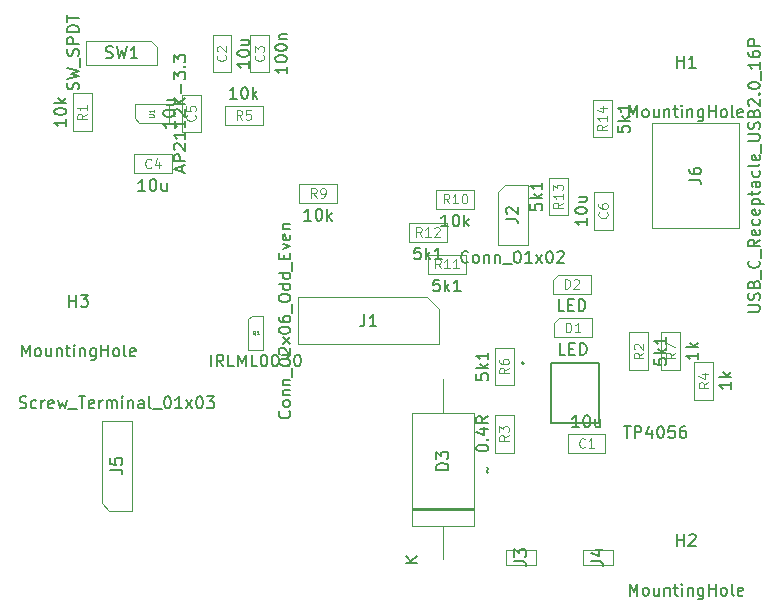
<source format=gbr>
G04 #@! TF.GenerationSoftware,KiCad,Pcbnew,8.0.8*
G04 #@! TF.CreationDate,2025-07-04T19:36:45+02:00*
G04 #@! TF.ProjectId,LaunchControl,4c61756e-6368-4436-9f6e-74726f6c2e6b,rev?*
G04 #@! TF.SameCoordinates,Original*
G04 #@! TF.FileFunction,AssemblyDrawing,Top*
%FSLAX46Y46*%
G04 Gerber Fmt 4.6, Leading zero omitted, Abs format (unit mm)*
G04 Created by KiCad (PCBNEW 8.0.8) date 2025-07-04 19:36:45*
%MOMM*%
%LPD*%
G01*
G04 APERTURE LIST*
%ADD10C,0.150000*%
%ADD11C,0.120000*%
%ADD12C,0.050000*%
%ADD13C,0.060000*%
%ADD14C,0.100000*%
%ADD15C,0.127000*%
%ADD16C,0.200000*%
G04 APERTURE END LIST*
D10*
X146629818Y-69700357D02*
X146629818Y-70176547D01*
X146629818Y-70176547D02*
X147106008Y-70224166D01*
X147106008Y-70224166D02*
X147058389Y-70176547D01*
X147058389Y-70176547D02*
X147010770Y-70081309D01*
X147010770Y-70081309D02*
X147010770Y-69843214D01*
X147010770Y-69843214D02*
X147058389Y-69747976D01*
X147058389Y-69747976D02*
X147106008Y-69700357D01*
X147106008Y-69700357D02*
X147201246Y-69652738D01*
X147201246Y-69652738D02*
X147439341Y-69652738D01*
X147439341Y-69652738D02*
X147534579Y-69700357D01*
X147534579Y-69700357D02*
X147582199Y-69747976D01*
X147582199Y-69747976D02*
X147629818Y-69843214D01*
X147629818Y-69843214D02*
X147629818Y-70081309D01*
X147629818Y-70081309D02*
X147582199Y-70176547D01*
X147582199Y-70176547D02*
X147534579Y-70224166D01*
X147629818Y-69224166D02*
X146629818Y-69224166D01*
X147248865Y-69128928D02*
X147629818Y-68843214D01*
X146963151Y-68843214D02*
X147344103Y-69224166D01*
X147629818Y-67890833D02*
X147629818Y-68462261D01*
X147629818Y-68176547D02*
X146629818Y-68176547D01*
X146629818Y-68176547D02*
X146772675Y-68271785D01*
X146772675Y-68271785D02*
X146867913Y-68367023D01*
X146867913Y-68367023D02*
X146915532Y-68462261D01*
D11*
X149388855Y-69190832D02*
X149007902Y-69457499D01*
X149388855Y-69647975D02*
X148588855Y-69647975D01*
X148588855Y-69647975D02*
X148588855Y-69343213D01*
X148588855Y-69343213D02*
X148626950Y-69267023D01*
X148626950Y-69267023D02*
X148665045Y-69228928D01*
X148665045Y-69228928D02*
X148741236Y-69190832D01*
X148741236Y-69190832D02*
X148855521Y-69190832D01*
X148855521Y-69190832D02*
X148931712Y-69228928D01*
X148931712Y-69228928D02*
X148969807Y-69267023D01*
X148969807Y-69267023D02*
X149007902Y-69343213D01*
X149007902Y-69343213D02*
X149007902Y-69647975D01*
X148588855Y-68505118D02*
X148588855Y-68657499D01*
X148588855Y-68657499D02*
X148626950Y-68733690D01*
X148626950Y-68733690D02*
X148665045Y-68771785D01*
X148665045Y-68771785D02*
X148779331Y-68847975D01*
X148779331Y-68847975D02*
X148931712Y-68886071D01*
X148931712Y-68886071D02*
X149236474Y-68886071D01*
X149236474Y-68886071D02*
X149312664Y-68847975D01*
X149312664Y-68847975D02*
X149350760Y-68809880D01*
X149350760Y-68809880D02*
X149388855Y-68733690D01*
X149388855Y-68733690D02*
X149388855Y-68581309D01*
X149388855Y-68581309D02*
X149350760Y-68505118D01*
X149350760Y-68505118D02*
X149312664Y-68467023D01*
X149312664Y-68467023D02*
X149236474Y-68428928D01*
X149236474Y-68428928D02*
X149045998Y-68428928D01*
X149045998Y-68428928D02*
X148969807Y-68467023D01*
X148969807Y-68467023D02*
X148931712Y-68505118D01*
X148931712Y-68505118D02*
X148893617Y-68581309D01*
X148893617Y-68581309D02*
X148893617Y-68733690D01*
X148893617Y-68733690D02*
X148931712Y-68809880D01*
X148931712Y-68809880D02*
X148969807Y-68847975D01*
X148969807Y-68847975D02*
X149045998Y-68886071D01*
D10*
X159614285Y-88454819D02*
X159614285Y-87454819D01*
X159614285Y-87454819D02*
X159947618Y-88169104D01*
X159947618Y-88169104D02*
X160280951Y-87454819D01*
X160280951Y-87454819D02*
X160280951Y-88454819D01*
X160899999Y-88454819D02*
X160804761Y-88407200D01*
X160804761Y-88407200D02*
X160757142Y-88359580D01*
X160757142Y-88359580D02*
X160709523Y-88264342D01*
X160709523Y-88264342D02*
X160709523Y-87978628D01*
X160709523Y-87978628D02*
X160757142Y-87883390D01*
X160757142Y-87883390D02*
X160804761Y-87835771D01*
X160804761Y-87835771D02*
X160899999Y-87788152D01*
X160899999Y-87788152D02*
X161042856Y-87788152D01*
X161042856Y-87788152D02*
X161138094Y-87835771D01*
X161138094Y-87835771D02*
X161185713Y-87883390D01*
X161185713Y-87883390D02*
X161233332Y-87978628D01*
X161233332Y-87978628D02*
X161233332Y-88264342D01*
X161233332Y-88264342D02*
X161185713Y-88359580D01*
X161185713Y-88359580D02*
X161138094Y-88407200D01*
X161138094Y-88407200D02*
X161042856Y-88454819D01*
X161042856Y-88454819D02*
X160899999Y-88454819D01*
X162090475Y-87788152D02*
X162090475Y-88454819D01*
X161661904Y-87788152D02*
X161661904Y-88311961D01*
X161661904Y-88311961D02*
X161709523Y-88407200D01*
X161709523Y-88407200D02*
X161804761Y-88454819D01*
X161804761Y-88454819D02*
X161947618Y-88454819D01*
X161947618Y-88454819D02*
X162042856Y-88407200D01*
X162042856Y-88407200D02*
X162090475Y-88359580D01*
X162566666Y-87788152D02*
X162566666Y-88454819D01*
X162566666Y-87883390D02*
X162614285Y-87835771D01*
X162614285Y-87835771D02*
X162709523Y-87788152D01*
X162709523Y-87788152D02*
X162852380Y-87788152D01*
X162852380Y-87788152D02*
X162947618Y-87835771D01*
X162947618Y-87835771D02*
X162995237Y-87931009D01*
X162995237Y-87931009D02*
X162995237Y-88454819D01*
X163328571Y-87788152D02*
X163709523Y-87788152D01*
X163471428Y-87454819D02*
X163471428Y-88311961D01*
X163471428Y-88311961D02*
X163519047Y-88407200D01*
X163519047Y-88407200D02*
X163614285Y-88454819D01*
X163614285Y-88454819D02*
X163709523Y-88454819D01*
X164042857Y-88454819D02*
X164042857Y-87788152D01*
X164042857Y-87454819D02*
X163995238Y-87502438D01*
X163995238Y-87502438D02*
X164042857Y-87550057D01*
X164042857Y-87550057D02*
X164090476Y-87502438D01*
X164090476Y-87502438D02*
X164042857Y-87454819D01*
X164042857Y-87454819D02*
X164042857Y-87550057D01*
X164519047Y-87788152D02*
X164519047Y-88454819D01*
X164519047Y-87883390D02*
X164566666Y-87835771D01*
X164566666Y-87835771D02*
X164661904Y-87788152D01*
X164661904Y-87788152D02*
X164804761Y-87788152D01*
X164804761Y-87788152D02*
X164899999Y-87835771D01*
X164899999Y-87835771D02*
X164947618Y-87931009D01*
X164947618Y-87931009D02*
X164947618Y-88454819D01*
X165852380Y-87788152D02*
X165852380Y-88597676D01*
X165852380Y-88597676D02*
X165804761Y-88692914D01*
X165804761Y-88692914D02*
X165757142Y-88740533D01*
X165757142Y-88740533D02*
X165661904Y-88788152D01*
X165661904Y-88788152D02*
X165519047Y-88788152D01*
X165519047Y-88788152D02*
X165423809Y-88740533D01*
X165852380Y-88407200D02*
X165757142Y-88454819D01*
X165757142Y-88454819D02*
X165566666Y-88454819D01*
X165566666Y-88454819D02*
X165471428Y-88407200D01*
X165471428Y-88407200D02*
X165423809Y-88359580D01*
X165423809Y-88359580D02*
X165376190Y-88264342D01*
X165376190Y-88264342D02*
X165376190Y-87978628D01*
X165376190Y-87978628D02*
X165423809Y-87883390D01*
X165423809Y-87883390D02*
X165471428Y-87835771D01*
X165471428Y-87835771D02*
X165566666Y-87788152D01*
X165566666Y-87788152D02*
X165757142Y-87788152D01*
X165757142Y-87788152D02*
X165852380Y-87835771D01*
X166328571Y-88454819D02*
X166328571Y-87454819D01*
X166328571Y-87931009D02*
X166899999Y-87931009D01*
X166899999Y-88454819D02*
X166899999Y-87454819D01*
X167519047Y-88454819D02*
X167423809Y-88407200D01*
X167423809Y-88407200D02*
X167376190Y-88359580D01*
X167376190Y-88359580D02*
X167328571Y-88264342D01*
X167328571Y-88264342D02*
X167328571Y-87978628D01*
X167328571Y-87978628D02*
X167376190Y-87883390D01*
X167376190Y-87883390D02*
X167423809Y-87835771D01*
X167423809Y-87835771D02*
X167519047Y-87788152D01*
X167519047Y-87788152D02*
X167661904Y-87788152D01*
X167661904Y-87788152D02*
X167757142Y-87835771D01*
X167757142Y-87835771D02*
X167804761Y-87883390D01*
X167804761Y-87883390D02*
X167852380Y-87978628D01*
X167852380Y-87978628D02*
X167852380Y-88264342D01*
X167852380Y-88264342D02*
X167804761Y-88359580D01*
X167804761Y-88359580D02*
X167757142Y-88407200D01*
X167757142Y-88407200D02*
X167661904Y-88454819D01*
X167661904Y-88454819D02*
X167519047Y-88454819D01*
X168423809Y-88454819D02*
X168328571Y-88407200D01*
X168328571Y-88407200D02*
X168280952Y-88311961D01*
X168280952Y-88311961D02*
X168280952Y-87454819D01*
X169185714Y-88407200D02*
X169090476Y-88454819D01*
X169090476Y-88454819D02*
X168900000Y-88454819D01*
X168900000Y-88454819D02*
X168804762Y-88407200D01*
X168804762Y-88407200D02*
X168757143Y-88311961D01*
X168757143Y-88311961D02*
X168757143Y-87931009D01*
X168757143Y-87931009D02*
X168804762Y-87835771D01*
X168804762Y-87835771D02*
X168900000Y-87788152D01*
X168900000Y-87788152D02*
X169090476Y-87788152D01*
X169090476Y-87788152D02*
X169185714Y-87835771D01*
X169185714Y-87835771D02*
X169233333Y-87931009D01*
X169233333Y-87931009D02*
X169233333Y-88026247D01*
X169233333Y-88026247D02*
X168757143Y-88121485D01*
X163638095Y-84254819D02*
X163638095Y-83254819D01*
X163638095Y-83731009D02*
X164209523Y-83731009D01*
X164209523Y-84254819D02*
X164209523Y-83254819D01*
X164638095Y-83350057D02*
X164685714Y-83302438D01*
X164685714Y-83302438D02*
X164780952Y-83254819D01*
X164780952Y-83254819D02*
X165019047Y-83254819D01*
X165019047Y-83254819D02*
X165114285Y-83302438D01*
X165114285Y-83302438D02*
X165161904Y-83350057D01*
X165161904Y-83350057D02*
X165209523Y-83445295D01*
X165209523Y-83445295D02*
X165209523Y-83540533D01*
X165209523Y-83540533D02*
X165161904Y-83683390D01*
X165161904Y-83683390D02*
X164590476Y-84254819D01*
X164590476Y-84254819D02*
X165209523Y-84254819D01*
X169654819Y-64423810D02*
X170464342Y-64423810D01*
X170464342Y-64423810D02*
X170559580Y-64376191D01*
X170559580Y-64376191D02*
X170607200Y-64328572D01*
X170607200Y-64328572D02*
X170654819Y-64233334D01*
X170654819Y-64233334D02*
X170654819Y-64042858D01*
X170654819Y-64042858D02*
X170607200Y-63947620D01*
X170607200Y-63947620D02*
X170559580Y-63900001D01*
X170559580Y-63900001D02*
X170464342Y-63852382D01*
X170464342Y-63852382D02*
X169654819Y-63852382D01*
X170607200Y-63423810D02*
X170654819Y-63280953D01*
X170654819Y-63280953D02*
X170654819Y-63042858D01*
X170654819Y-63042858D02*
X170607200Y-62947620D01*
X170607200Y-62947620D02*
X170559580Y-62900001D01*
X170559580Y-62900001D02*
X170464342Y-62852382D01*
X170464342Y-62852382D02*
X170369104Y-62852382D01*
X170369104Y-62852382D02*
X170273866Y-62900001D01*
X170273866Y-62900001D02*
X170226247Y-62947620D01*
X170226247Y-62947620D02*
X170178628Y-63042858D01*
X170178628Y-63042858D02*
X170131009Y-63233334D01*
X170131009Y-63233334D02*
X170083390Y-63328572D01*
X170083390Y-63328572D02*
X170035771Y-63376191D01*
X170035771Y-63376191D02*
X169940533Y-63423810D01*
X169940533Y-63423810D02*
X169845295Y-63423810D01*
X169845295Y-63423810D02*
X169750057Y-63376191D01*
X169750057Y-63376191D02*
X169702438Y-63328572D01*
X169702438Y-63328572D02*
X169654819Y-63233334D01*
X169654819Y-63233334D02*
X169654819Y-62995239D01*
X169654819Y-62995239D02*
X169702438Y-62852382D01*
X170131009Y-62090477D02*
X170178628Y-61947620D01*
X170178628Y-61947620D02*
X170226247Y-61900001D01*
X170226247Y-61900001D02*
X170321485Y-61852382D01*
X170321485Y-61852382D02*
X170464342Y-61852382D01*
X170464342Y-61852382D02*
X170559580Y-61900001D01*
X170559580Y-61900001D02*
X170607200Y-61947620D01*
X170607200Y-61947620D02*
X170654819Y-62042858D01*
X170654819Y-62042858D02*
X170654819Y-62423810D01*
X170654819Y-62423810D02*
X169654819Y-62423810D01*
X169654819Y-62423810D02*
X169654819Y-62090477D01*
X169654819Y-62090477D02*
X169702438Y-61995239D01*
X169702438Y-61995239D02*
X169750057Y-61947620D01*
X169750057Y-61947620D02*
X169845295Y-61900001D01*
X169845295Y-61900001D02*
X169940533Y-61900001D01*
X169940533Y-61900001D02*
X170035771Y-61947620D01*
X170035771Y-61947620D02*
X170083390Y-61995239D01*
X170083390Y-61995239D02*
X170131009Y-62090477D01*
X170131009Y-62090477D02*
X170131009Y-62423810D01*
X170750057Y-61661906D02*
X170750057Y-60900001D01*
X170559580Y-60090477D02*
X170607200Y-60138096D01*
X170607200Y-60138096D02*
X170654819Y-60280953D01*
X170654819Y-60280953D02*
X170654819Y-60376191D01*
X170654819Y-60376191D02*
X170607200Y-60519048D01*
X170607200Y-60519048D02*
X170511961Y-60614286D01*
X170511961Y-60614286D02*
X170416723Y-60661905D01*
X170416723Y-60661905D02*
X170226247Y-60709524D01*
X170226247Y-60709524D02*
X170083390Y-60709524D01*
X170083390Y-60709524D02*
X169892914Y-60661905D01*
X169892914Y-60661905D02*
X169797676Y-60614286D01*
X169797676Y-60614286D02*
X169702438Y-60519048D01*
X169702438Y-60519048D02*
X169654819Y-60376191D01*
X169654819Y-60376191D02*
X169654819Y-60280953D01*
X169654819Y-60280953D02*
X169702438Y-60138096D01*
X169702438Y-60138096D02*
X169750057Y-60090477D01*
X170750057Y-59900001D02*
X170750057Y-59138096D01*
X170654819Y-58328572D02*
X170178628Y-58661905D01*
X170654819Y-58900000D02*
X169654819Y-58900000D01*
X169654819Y-58900000D02*
X169654819Y-58519048D01*
X169654819Y-58519048D02*
X169702438Y-58423810D01*
X169702438Y-58423810D02*
X169750057Y-58376191D01*
X169750057Y-58376191D02*
X169845295Y-58328572D01*
X169845295Y-58328572D02*
X169988152Y-58328572D01*
X169988152Y-58328572D02*
X170083390Y-58376191D01*
X170083390Y-58376191D02*
X170131009Y-58423810D01*
X170131009Y-58423810D02*
X170178628Y-58519048D01*
X170178628Y-58519048D02*
X170178628Y-58900000D01*
X170607200Y-57519048D02*
X170654819Y-57614286D01*
X170654819Y-57614286D02*
X170654819Y-57804762D01*
X170654819Y-57804762D02*
X170607200Y-57900000D01*
X170607200Y-57900000D02*
X170511961Y-57947619D01*
X170511961Y-57947619D02*
X170131009Y-57947619D01*
X170131009Y-57947619D02*
X170035771Y-57900000D01*
X170035771Y-57900000D02*
X169988152Y-57804762D01*
X169988152Y-57804762D02*
X169988152Y-57614286D01*
X169988152Y-57614286D02*
X170035771Y-57519048D01*
X170035771Y-57519048D02*
X170131009Y-57471429D01*
X170131009Y-57471429D02*
X170226247Y-57471429D01*
X170226247Y-57471429D02*
X170321485Y-57947619D01*
X170607200Y-56614286D02*
X170654819Y-56709524D01*
X170654819Y-56709524D02*
X170654819Y-56900000D01*
X170654819Y-56900000D02*
X170607200Y-56995238D01*
X170607200Y-56995238D02*
X170559580Y-57042857D01*
X170559580Y-57042857D02*
X170464342Y-57090476D01*
X170464342Y-57090476D02*
X170178628Y-57090476D01*
X170178628Y-57090476D02*
X170083390Y-57042857D01*
X170083390Y-57042857D02*
X170035771Y-56995238D01*
X170035771Y-56995238D02*
X169988152Y-56900000D01*
X169988152Y-56900000D02*
X169988152Y-56709524D01*
X169988152Y-56709524D02*
X170035771Y-56614286D01*
X170607200Y-55804762D02*
X170654819Y-55900000D01*
X170654819Y-55900000D02*
X170654819Y-56090476D01*
X170654819Y-56090476D02*
X170607200Y-56185714D01*
X170607200Y-56185714D02*
X170511961Y-56233333D01*
X170511961Y-56233333D02*
X170131009Y-56233333D01*
X170131009Y-56233333D02*
X170035771Y-56185714D01*
X170035771Y-56185714D02*
X169988152Y-56090476D01*
X169988152Y-56090476D02*
X169988152Y-55900000D01*
X169988152Y-55900000D02*
X170035771Y-55804762D01*
X170035771Y-55804762D02*
X170131009Y-55757143D01*
X170131009Y-55757143D02*
X170226247Y-55757143D01*
X170226247Y-55757143D02*
X170321485Y-56233333D01*
X169988152Y-55328571D02*
X170988152Y-55328571D01*
X170035771Y-55328571D02*
X169988152Y-55233333D01*
X169988152Y-55233333D02*
X169988152Y-55042857D01*
X169988152Y-55042857D02*
X170035771Y-54947619D01*
X170035771Y-54947619D02*
X170083390Y-54900000D01*
X170083390Y-54900000D02*
X170178628Y-54852381D01*
X170178628Y-54852381D02*
X170464342Y-54852381D01*
X170464342Y-54852381D02*
X170559580Y-54900000D01*
X170559580Y-54900000D02*
X170607200Y-54947619D01*
X170607200Y-54947619D02*
X170654819Y-55042857D01*
X170654819Y-55042857D02*
X170654819Y-55233333D01*
X170654819Y-55233333D02*
X170607200Y-55328571D01*
X169988152Y-54566666D02*
X169988152Y-54185714D01*
X169654819Y-54423809D02*
X170511961Y-54423809D01*
X170511961Y-54423809D02*
X170607200Y-54376190D01*
X170607200Y-54376190D02*
X170654819Y-54280952D01*
X170654819Y-54280952D02*
X170654819Y-54185714D01*
X170654819Y-53423809D02*
X170131009Y-53423809D01*
X170131009Y-53423809D02*
X170035771Y-53471428D01*
X170035771Y-53471428D02*
X169988152Y-53566666D01*
X169988152Y-53566666D02*
X169988152Y-53757142D01*
X169988152Y-53757142D02*
X170035771Y-53852380D01*
X170607200Y-53423809D02*
X170654819Y-53519047D01*
X170654819Y-53519047D02*
X170654819Y-53757142D01*
X170654819Y-53757142D02*
X170607200Y-53852380D01*
X170607200Y-53852380D02*
X170511961Y-53899999D01*
X170511961Y-53899999D02*
X170416723Y-53899999D01*
X170416723Y-53899999D02*
X170321485Y-53852380D01*
X170321485Y-53852380D02*
X170273866Y-53757142D01*
X170273866Y-53757142D02*
X170273866Y-53519047D01*
X170273866Y-53519047D02*
X170226247Y-53423809D01*
X170607200Y-52519047D02*
X170654819Y-52614285D01*
X170654819Y-52614285D02*
X170654819Y-52804761D01*
X170654819Y-52804761D02*
X170607200Y-52899999D01*
X170607200Y-52899999D02*
X170559580Y-52947618D01*
X170559580Y-52947618D02*
X170464342Y-52995237D01*
X170464342Y-52995237D02*
X170178628Y-52995237D01*
X170178628Y-52995237D02*
X170083390Y-52947618D01*
X170083390Y-52947618D02*
X170035771Y-52899999D01*
X170035771Y-52899999D02*
X169988152Y-52804761D01*
X169988152Y-52804761D02*
X169988152Y-52614285D01*
X169988152Y-52614285D02*
X170035771Y-52519047D01*
X170654819Y-51947618D02*
X170607200Y-52042856D01*
X170607200Y-52042856D02*
X170511961Y-52090475D01*
X170511961Y-52090475D02*
X169654819Y-52090475D01*
X170607200Y-51185713D02*
X170654819Y-51280951D01*
X170654819Y-51280951D02*
X170654819Y-51471427D01*
X170654819Y-51471427D02*
X170607200Y-51566665D01*
X170607200Y-51566665D02*
X170511961Y-51614284D01*
X170511961Y-51614284D02*
X170131009Y-51614284D01*
X170131009Y-51614284D02*
X170035771Y-51566665D01*
X170035771Y-51566665D02*
X169988152Y-51471427D01*
X169988152Y-51471427D02*
X169988152Y-51280951D01*
X169988152Y-51280951D02*
X170035771Y-51185713D01*
X170035771Y-51185713D02*
X170131009Y-51138094D01*
X170131009Y-51138094D02*
X170226247Y-51138094D01*
X170226247Y-51138094D02*
X170321485Y-51614284D01*
X170750057Y-50947618D02*
X170750057Y-50185713D01*
X169654819Y-49947617D02*
X170464342Y-49947617D01*
X170464342Y-49947617D02*
X170559580Y-49899998D01*
X170559580Y-49899998D02*
X170607200Y-49852379D01*
X170607200Y-49852379D02*
X170654819Y-49757141D01*
X170654819Y-49757141D02*
X170654819Y-49566665D01*
X170654819Y-49566665D02*
X170607200Y-49471427D01*
X170607200Y-49471427D02*
X170559580Y-49423808D01*
X170559580Y-49423808D02*
X170464342Y-49376189D01*
X170464342Y-49376189D02*
X169654819Y-49376189D01*
X170607200Y-48947617D02*
X170654819Y-48804760D01*
X170654819Y-48804760D02*
X170654819Y-48566665D01*
X170654819Y-48566665D02*
X170607200Y-48471427D01*
X170607200Y-48471427D02*
X170559580Y-48423808D01*
X170559580Y-48423808D02*
X170464342Y-48376189D01*
X170464342Y-48376189D02*
X170369104Y-48376189D01*
X170369104Y-48376189D02*
X170273866Y-48423808D01*
X170273866Y-48423808D02*
X170226247Y-48471427D01*
X170226247Y-48471427D02*
X170178628Y-48566665D01*
X170178628Y-48566665D02*
X170131009Y-48757141D01*
X170131009Y-48757141D02*
X170083390Y-48852379D01*
X170083390Y-48852379D02*
X170035771Y-48899998D01*
X170035771Y-48899998D02*
X169940533Y-48947617D01*
X169940533Y-48947617D02*
X169845295Y-48947617D01*
X169845295Y-48947617D02*
X169750057Y-48899998D01*
X169750057Y-48899998D02*
X169702438Y-48852379D01*
X169702438Y-48852379D02*
X169654819Y-48757141D01*
X169654819Y-48757141D02*
X169654819Y-48519046D01*
X169654819Y-48519046D02*
X169702438Y-48376189D01*
X170131009Y-47614284D02*
X170178628Y-47471427D01*
X170178628Y-47471427D02*
X170226247Y-47423808D01*
X170226247Y-47423808D02*
X170321485Y-47376189D01*
X170321485Y-47376189D02*
X170464342Y-47376189D01*
X170464342Y-47376189D02*
X170559580Y-47423808D01*
X170559580Y-47423808D02*
X170607200Y-47471427D01*
X170607200Y-47471427D02*
X170654819Y-47566665D01*
X170654819Y-47566665D02*
X170654819Y-47947617D01*
X170654819Y-47947617D02*
X169654819Y-47947617D01*
X169654819Y-47947617D02*
X169654819Y-47614284D01*
X169654819Y-47614284D02*
X169702438Y-47519046D01*
X169702438Y-47519046D02*
X169750057Y-47471427D01*
X169750057Y-47471427D02*
X169845295Y-47423808D01*
X169845295Y-47423808D02*
X169940533Y-47423808D01*
X169940533Y-47423808D02*
X170035771Y-47471427D01*
X170035771Y-47471427D02*
X170083390Y-47519046D01*
X170083390Y-47519046D02*
X170131009Y-47614284D01*
X170131009Y-47614284D02*
X170131009Y-47947617D01*
X169750057Y-46995236D02*
X169702438Y-46947617D01*
X169702438Y-46947617D02*
X169654819Y-46852379D01*
X169654819Y-46852379D02*
X169654819Y-46614284D01*
X169654819Y-46614284D02*
X169702438Y-46519046D01*
X169702438Y-46519046D02*
X169750057Y-46471427D01*
X169750057Y-46471427D02*
X169845295Y-46423808D01*
X169845295Y-46423808D02*
X169940533Y-46423808D01*
X169940533Y-46423808D02*
X170083390Y-46471427D01*
X170083390Y-46471427D02*
X170654819Y-47042855D01*
X170654819Y-47042855D02*
X170654819Y-46423808D01*
X170559580Y-45995236D02*
X170607200Y-45947617D01*
X170607200Y-45947617D02*
X170654819Y-45995236D01*
X170654819Y-45995236D02*
X170607200Y-46042855D01*
X170607200Y-46042855D02*
X170559580Y-45995236D01*
X170559580Y-45995236D02*
X170654819Y-45995236D01*
X169654819Y-45328570D02*
X169654819Y-45233332D01*
X169654819Y-45233332D02*
X169702438Y-45138094D01*
X169702438Y-45138094D02*
X169750057Y-45090475D01*
X169750057Y-45090475D02*
X169845295Y-45042856D01*
X169845295Y-45042856D02*
X170035771Y-44995237D01*
X170035771Y-44995237D02*
X170273866Y-44995237D01*
X170273866Y-44995237D02*
X170464342Y-45042856D01*
X170464342Y-45042856D02*
X170559580Y-45090475D01*
X170559580Y-45090475D02*
X170607200Y-45138094D01*
X170607200Y-45138094D02*
X170654819Y-45233332D01*
X170654819Y-45233332D02*
X170654819Y-45328570D01*
X170654819Y-45328570D02*
X170607200Y-45423808D01*
X170607200Y-45423808D02*
X170559580Y-45471427D01*
X170559580Y-45471427D02*
X170464342Y-45519046D01*
X170464342Y-45519046D02*
X170273866Y-45566665D01*
X170273866Y-45566665D02*
X170035771Y-45566665D01*
X170035771Y-45566665D02*
X169845295Y-45519046D01*
X169845295Y-45519046D02*
X169750057Y-45471427D01*
X169750057Y-45471427D02*
X169702438Y-45423808D01*
X169702438Y-45423808D02*
X169654819Y-45328570D01*
X170750057Y-44804761D02*
X170750057Y-44042856D01*
X170654819Y-43280951D02*
X170654819Y-43852379D01*
X170654819Y-43566665D02*
X169654819Y-43566665D01*
X169654819Y-43566665D02*
X169797676Y-43661903D01*
X169797676Y-43661903D02*
X169892914Y-43757141D01*
X169892914Y-43757141D02*
X169940533Y-43852379D01*
X169654819Y-42423808D02*
X169654819Y-42614284D01*
X169654819Y-42614284D02*
X169702438Y-42709522D01*
X169702438Y-42709522D02*
X169750057Y-42757141D01*
X169750057Y-42757141D02*
X169892914Y-42852379D01*
X169892914Y-42852379D02*
X170083390Y-42899998D01*
X170083390Y-42899998D02*
X170464342Y-42899998D01*
X170464342Y-42899998D02*
X170559580Y-42852379D01*
X170559580Y-42852379D02*
X170607200Y-42804760D01*
X170607200Y-42804760D02*
X170654819Y-42709522D01*
X170654819Y-42709522D02*
X170654819Y-42519046D01*
X170654819Y-42519046D02*
X170607200Y-42423808D01*
X170607200Y-42423808D02*
X170559580Y-42376189D01*
X170559580Y-42376189D02*
X170464342Y-42328570D01*
X170464342Y-42328570D02*
X170226247Y-42328570D01*
X170226247Y-42328570D02*
X170131009Y-42376189D01*
X170131009Y-42376189D02*
X170083390Y-42423808D01*
X170083390Y-42423808D02*
X170035771Y-42519046D01*
X170035771Y-42519046D02*
X170035771Y-42709522D01*
X170035771Y-42709522D02*
X170083390Y-42804760D01*
X170083390Y-42804760D02*
X170131009Y-42852379D01*
X170131009Y-42852379D02*
X170226247Y-42899998D01*
X170654819Y-41899998D02*
X169654819Y-41899998D01*
X169654819Y-41899998D02*
X169654819Y-41519046D01*
X169654819Y-41519046D02*
X169702438Y-41423808D01*
X169702438Y-41423808D02*
X169750057Y-41376189D01*
X169750057Y-41376189D02*
X169845295Y-41328570D01*
X169845295Y-41328570D02*
X169988152Y-41328570D01*
X169988152Y-41328570D02*
X170083390Y-41376189D01*
X170083390Y-41376189D02*
X170131009Y-41423808D01*
X170131009Y-41423808D02*
X170178628Y-41519046D01*
X170178628Y-41519046D02*
X170178628Y-41899998D01*
X164654819Y-53233333D02*
X165369104Y-53233333D01*
X165369104Y-53233333D02*
X165511961Y-53280952D01*
X165511961Y-53280952D02*
X165607200Y-53376190D01*
X165607200Y-53376190D02*
X165654819Y-53519047D01*
X165654819Y-53519047D02*
X165654819Y-53614285D01*
X164654819Y-52328571D02*
X164654819Y-52519047D01*
X164654819Y-52519047D02*
X164702438Y-52614285D01*
X164702438Y-52614285D02*
X164750057Y-52661904D01*
X164750057Y-52661904D02*
X164892914Y-52757142D01*
X164892914Y-52757142D02*
X165083390Y-52804761D01*
X165083390Y-52804761D02*
X165464342Y-52804761D01*
X165464342Y-52804761D02*
X165559580Y-52757142D01*
X165559580Y-52757142D02*
X165607200Y-52709523D01*
X165607200Y-52709523D02*
X165654819Y-52614285D01*
X165654819Y-52614285D02*
X165654819Y-52423809D01*
X165654819Y-52423809D02*
X165607200Y-52328571D01*
X165607200Y-52328571D02*
X165559580Y-52280952D01*
X165559580Y-52280952D02*
X165464342Y-52233333D01*
X165464342Y-52233333D02*
X165226247Y-52233333D01*
X165226247Y-52233333D02*
X165131009Y-52280952D01*
X165131009Y-52280952D02*
X165083390Y-52328571D01*
X165083390Y-52328571D02*
X165035771Y-52423809D01*
X165035771Y-52423809D02*
X165035771Y-52614285D01*
X165035771Y-52614285D02*
X165083390Y-52709523D01*
X165083390Y-52709523D02*
X165131009Y-52757142D01*
X165131009Y-52757142D02*
X165226247Y-52804761D01*
X146629818Y-76019404D02*
X146629818Y-75924166D01*
X146629818Y-75924166D02*
X146677437Y-75828928D01*
X146677437Y-75828928D02*
X146725056Y-75781309D01*
X146725056Y-75781309D02*
X146820294Y-75733690D01*
X146820294Y-75733690D02*
X147010770Y-75686071D01*
X147010770Y-75686071D02*
X147248865Y-75686071D01*
X147248865Y-75686071D02*
X147439341Y-75733690D01*
X147439341Y-75733690D02*
X147534579Y-75781309D01*
X147534579Y-75781309D02*
X147582199Y-75828928D01*
X147582199Y-75828928D02*
X147629818Y-75924166D01*
X147629818Y-75924166D02*
X147629818Y-76019404D01*
X147629818Y-76019404D02*
X147582199Y-76114642D01*
X147582199Y-76114642D02*
X147534579Y-76162261D01*
X147534579Y-76162261D02*
X147439341Y-76209880D01*
X147439341Y-76209880D02*
X147248865Y-76257499D01*
X147248865Y-76257499D02*
X147010770Y-76257499D01*
X147010770Y-76257499D02*
X146820294Y-76209880D01*
X146820294Y-76209880D02*
X146725056Y-76162261D01*
X146725056Y-76162261D02*
X146677437Y-76114642D01*
X146677437Y-76114642D02*
X146629818Y-76019404D01*
X147534579Y-75257499D02*
X147582199Y-75209880D01*
X147582199Y-75209880D02*
X147629818Y-75257499D01*
X147629818Y-75257499D02*
X147582199Y-75305118D01*
X147582199Y-75305118D02*
X147534579Y-75257499D01*
X147534579Y-75257499D02*
X147629818Y-75257499D01*
X146963151Y-74352738D02*
X147629818Y-74352738D01*
X146582199Y-74590833D02*
X147296484Y-74828928D01*
X147296484Y-74828928D02*
X147296484Y-74209881D01*
X147629818Y-73257500D02*
X147153627Y-73590833D01*
X147629818Y-73828928D02*
X146629818Y-73828928D01*
X146629818Y-73828928D02*
X146629818Y-73447976D01*
X146629818Y-73447976D02*
X146677437Y-73352738D01*
X146677437Y-73352738D02*
X146725056Y-73305119D01*
X146725056Y-73305119D02*
X146820294Y-73257500D01*
X146820294Y-73257500D02*
X146963151Y-73257500D01*
X146963151Y-73257500D02*
X147058389Y-73305119D01*
X147058389Y-73305119D02*
X147106008Y-73352738D01*
X147106008Y-73352738D02*
X147153627Y-73447976D01*
X147153627Y-73447976D02*
X147153627Y-73828928D01*
D11*
X149388855Y-74890832D02*
X149007902Y-75157499D01*
X149388855Y-75347975D02*
X148588855Y-75347975D01*
X148588855Y-75347975D02*
X148588855Y-75043213D01*
X148588855Y-75043213D02*
X148626950Y-74967023D01*
X148626950Y-74967023D02*
X148665045Y-74928928D01*
X148665045Y-74928928D02*
X148741236Y-74890832D01*
X148741236Y-74890832D02*
X148855521Y-74890832D01*
X148855521Y-74890832D02*
X148931712Y-74928928D01*
X148931712Y-74928928D02*
X148969807Y-74967023D01*
X148969807Y-74967023D02*
X149007902Y-75043213D01*
X149007902Y-75043213D02*
X149007902Y-75347975D01*
X148588855Y-74624166D02*
X148588855Y-74128928D01*
X148588855Y-74128928D02*
X148893617Y-74395594D01*
X148893617Y-74395594D02*
X148893617Y-74281309D01*
X148893617Y-74281309D02*
X148931712Y-74205118D01*
X148931712Y-74205118D02*
X148969807Y-74167023D01*
X148969807Y-74167023D02*
X149045998Y-74128928D01*
X149045998Y-74128928D02*
X149236474Y-74128928D01*
X149236474Y-74128928D02*
X149312664Y-74167023D01*
X149312664Y-74167023D02*
X149350760Y-74205118D01*
X149350760Y-74205118D02*
X149388855Y-74281309D01*
X149388855Y-74281309D02*
X149388855Y-74509880D01*
X149388855Y-74509880D02*
X149350760Y-74586071D01*
X149350760Y-74586071D02*
X149312664Y-74624166D01*
D10*
X159134524Y-74116819D02*
X159705952Y-74116819D01*
X159420238Y-75116819D02*
X159420238Y-74116819D01*
X160039286Y-75116819D02*
X160039286Y-74116819D01*
X160039286Y-74116819D02*
X160420238Y-74116819D01*
X160420238Y-74116819D02*
X160515476Y-74164438D01*
X160515476Y-74164438D02*
X160563095Y-74212057D01*
X160563095Y-74212057D02*
X160610714Y-74307295D01*
X160610714Y-74307295D02*
X160610714Y-74450152D01*
X160610714Y-74450152D02*
X160563095Y-74545390D01*
X160563095Y-74545390D02*
X160515476Y-74593009D01*
X160515476Y-74593009D02*
X160420238Y-74640628D01*
X160420238Y-74640628D02*
X160039286Y-74640628D01*
X161467857Y-74450152D02*
X161467857Y-75116819D01*
X161229762Y-74069200D02*
X160991667Y-74783485D01*
X160991667Y-74783485D02*
X161610714Y-74783485D01*
X162182143Y-74116819D02*
X162277381Y-74116819D01*
X162277381Y-74116819D02*
X162372619Y-74164438D01*
X162372619Y-74164438D02*
X162420238Y-74212057D01*
X162420238Y-74212057D02*
X162467857Y-74307295D01*
X162467857Y-74307295D02*
X162515476Y-74497771D01*
X162515476Y-74497771D02*
X162515476Y-74735866D01*
X162515476Y-74735866D02*
X162467857Y-74926342D01*
X162467857Y-74926342D02*
X162420238Y-75021580D01*
X162420238Y-75021580D02*
X162372619Y-75069200D01*
X162372619Y-75069200D02*
X162277381Y-75116819D01*
X162277381Y-75116819D02*
X162182143Y-75116819D01*
X162182143Y-75116819D02*
X162086905Y-75069200D01*
X162086905Y-75069200D02*
X162039286Y-75021580D01*
X162039286Y-75021580D02*
X161991667Y-74926342D01*
X161991667Y-74926342D02*
X161944048Y-74735866D01*
X161944048Y-74735866D02*
X161944048Y-74497771D01*
X161944048Y-74497771D02*
X161991667Y-74307295D01*
X161991667Y-74307295D02*
X162039286Y-74212057D01*
X162039286Y-74212057D02*
X162086905Y-74164438D01*
X162086905Y-74164438D02*
X162182143Y-74116819D01*
X163420238Y-74116819D02*
X162944048Y-74116819D01*
X162944048Y-74116819D02*
X162896429Y-74593009D01*
X162896429Y-74593009D02*
X162944048Y-74545390D01*
X162944048Y-74545390D02*
X163039286Y-74497771D01*
X163039286Y-74497771D02*
X163277381Y-74497771D01*
X163277381Y-74497771D02*
X163372619Y-74545390D01*
X163372619Y-74545390D02*
X163420238Y-74593009D01*
X163420238Y-74593009D02*
X163467857Y-74688247D01*
X163467857Y-74688247D02*
X163467857Y-74926342D01*
X163467857Y-74926342D02*
X163420238Y-75021580D01*
X163420238Y-75021580D02*
X163372619Y-75069200D01*
X163372619Y-75069200D02*
X163277381Y-75116819D01*
X163277381Y-75116819D02*
X163039286Y-75116819D01*
X163039286Y-75116819D02*
X162944048Y-75069200D01*
X162944048Y-75069200D02*
X162896429Y-75021580D01*
X164325000Y-74116819D02*
X164134524Y-74116819D01*
X164134524Y-74116819D02*
X164039286Y-74164438D01*
X164039286Y-74164438D02*
X163991667Y-74212057D01*
X163991667Y-74212057D02*
X163896429Y-74354914D01*
X163896429Y-74354914D02*
X163848810Y-74545390D01*
X163848810Y-74545390D02*
X163848810Y-74926342D01*
X163848810Y-74926342D02*
X163896429Y-75021580D01*
X163896429Y-75021580D02*
X163944048Y-75069200D01*
X163944048Y-75069200D02*
X164039286Y-75116819D01*
X164039286Y-75116819D02*
X164229762Y-75116819D01*
X164229762Y-75116819D02*
X164325000Y-75069200D01*
X164325000Y-75069200D02*
X164372619Y-75021580D01*
X164372619Y-75021580D02*
X164420238Y-74926342D01*
X164420238Y-74926342D02*
X164420238Y-74688247D01*
X164420238Y-74688247D02*
X164372619Y-74593009D01*
X164372619Y-74593009D02*
X164325000Y-74545390D01*
X164325000Y-74545390D02*
X164229762Y-74497771D01*
X164229762Y-74497771D02*
X164039286Y-74497771D01*
X164039286Y-74497771D02*
X163944048Y-74545390D01*
X163944048Y-74545390D02*
X163896429Y-74593009D01*
X163896429Y-74593009D02*
X163848810Y-74688247D01*
X130799580Y-72842858D02*
X130847200Y-72890477D01*
X130847200Y-72890477D02*
X130894819Y-73033334D01*
X130894819Y-73033334D02*
X130894819Y-73128572D01*
X130894819Y-73128572D02*
X130847200Y-73271429D01*
X130847200Y-73271429D02*
X130751961Y-73366667D01*
X130751961Y-73366667D02*
X130656723Y-73414286D01*
X130656723Y-73414286D02*
X130466247Y-73461905D01*
X130466247Y-73461905D02*
X130323390Y-73461905D01*
X130323390Y-73461905D02*
X130132914Y-73414286D01*
X130132914Y-73414286D02*
X130037676Y-73366667D01*
X130037676Y-73366667D02*
X129942438Y-73271429D01*
X129942438Y-73271429D02*
X129894819Y-73128572D01*
X129894819Y-73128572D02*
X129894819Y-73033334D01*
X129894819Y-73033334D02*
X129942438Y-72890477D01*
X129942438Y-72890477D02*
X129990057Y-72842858D01*
X130894819Y-72271429D02*
X130847200Y-72366667D01*
X130847200Y-72366667D02*
X130799580Y-72414286D01*
X130799580Y-72414286D02*
X130704342Y-72461905D01*
X130704342Y-72461905D02*
X130418628Y-72461905D01*
X130418628Y-72461905D02*
X130323390Y-72414286D01*
X130323390Y-72414286D02*
X130275771Y-72366667D01*
X130275771Y-72366667D02*
X130228152Y-72271429D01*
X130228152Y-72271429D02*
X130228152Y-72128572D01*
X130228152Y-72128572D02*
X130275771Y-72033334D01*
X130275771Y-72033334D02*
X130323390Y-71985715D01*
X130323390Y-71985715D02*
X130418628Y-71938096D01*
X130418628Y-71938096D02*
X130704342Y-71938096D01*
X130704342Y-71938096D02*
X130799580Y-71985715D01*
X130799580Y-71985715D02*
X130847200Y-72033334D01*
X130847200Y-72033334D02*
X130894819Y-72128572D01*
X130894819Y-72128572D02*
X130894819Y-72271429D01*
X130228152Y-71509524D02*
X130894819Y-71509524D01*
X130323390Y-71509524D02*
X130275771Y-71461905D01*
X130275771Y-71461905D02*
X130228152Y-71366667D01*
X130228152Y-71366667D02*
X130228152Y-71223810D01*
X130228152Y-71223810D02*
X130275771Y-71128572D01*
X130275771Y-71128572D02*
X130371009Y-71080953D01*
X130371009Y-71080953D02*
X130894819Y-71080953D01*
X130228152Y-70604762D02*
X130894819Y-70604762D01*
X130323390Y-70604762D02*
X130275771Y-70557143D01*
X130275771Y-70557143D02*
X130228152Y-70461905D01*
X130228152Y-70461905D02*
X130228152Y-70319048D01*
X130228152Y-70319048D02*
X130275771Y-70223810D01*
X130275771Y-70223810D02*
X130371009Y-70176191D01*
X130371009Y-70176191D02*
X130894819Y-70176191D01*
X130990057Y-69938096D02*
X130990057Y-69176191D01*
X129894819Y-68747619D02*
X129894819Y-68652381D01*
X129894819Y-68652381D02*
X129942438Y-68557143D01*
X129942438Y-68557143D02*
X129990057Y-68509524D01*
X129990057Y-68509524D02*
X130085295Y-68461905D01*
X130085295Y-68461905D02*
X130275771Y-68414286D01*
X130275771Y-68414286D02*
X130513866Y-68414286D01*
X130513866Y-68414286D02*
X130704342Y-68461905D01*
X130704342Y-68461905D02*
X130799580Y-68509524D01*
X130799580Y-68509524D02*
X130847200Y-68557143D01*
X130847200Y-68557143D02*
X130894819Y-68652381D01*
X130894819Y-68652381D02*
X130894819Y-68747619D01*
X130894819Y-68747619D02*
X130847200Y-68842857D01*
X130847200Y-68842857D02*
X130799580Y-68890476D01*
X130799580Y-68890476D02*
X130704342Y-68938095D01*
X130704342Y-68938095D02*
X130513866Y-68985714D01*
X130513866Y-68985714D02*
X130275771Y-68985714D01*
X130275771Y-68985714D02*
X130085295Y-68938095D01*
X130085295Y-68938095D02*
X129990057Y-68890476D01*
X129990057Y-68890476D02*
X129942438Y-68842857D01*
X129942438Y-68842857D02*
X129894819Y-68747619D01*
X129990057Y-68033333D02*
X129942438Y-67985714D01*
X129942438Y-67985714D02*
X129894819Y-67890476D01*
X129894819Y-67890476D02*
X129894819Y-67652381D01*
X129894819Y-67652381D02*
X129942438Y-67557143D01*
X129942438Y-67557143D02*
X129990057Y-67509524D01*
X129990057Y-67509524D02*
X130085295Y-67461905D01*
X130085295Y-67461905D02*
X130180533Y-67461905D01*
X130180533Y-67461905D02*
X130323390Y-67509524D01*
X130323390Y-67509524D02*
X130894819Y-68080952D01*
X130894819Y-68080952D02*
X130894819Y-67461905D01*
X130894819Y-67128571D02*
X130228152Y-66604762D01*
X130228152Y-67128571D02*
X130894819Y-66604762D01*
X129894819Y-66033333D02*
X129894819Y-65938095D01*
X129894819Y-65938095D02*
X129942438Y-65842857D01*
X129942438Y-65842857D02*
X129990057Y-65795238D01*
X129990057Y-65795238D02*
X130085295Y-65747619D01*
X130085295Y-65747619D02*
X130275771Y-65700000D01*
X130275771Y-65700000D02*
X130513866Y-65700000D01*
X130513866Y-65700000D02*
X130704342Y-65747619D01*
X130704342Y-65747619D02*
X130799580Y-65795238D01*
X130799580Y-65795238D02*
X130847200Y-65842857D01*
X130847200Y-65842857D02*
X130894819Y-65938095D01*
X130894819Y-65938095D02*
X130894819Y-66033333D01*
X130894819Y-66033333D02*
X130847200Y-66128571D01*
X130847200Y-66128571D02*
X130799580Y-66176190D01*
X130799580Y-66176190D02*
X130704342Y-66223809D01*
X130704342Y-66223809D02*
X130513866Y-66271428D01*
X130513866Y-66271428D02*
X130275771Y-66271428D01*
X130275771Y-66271428D02*
X130085295Y-66223809D01*
X130085295Y-66223809D02*
X129990057Y-66176190D01*
X129990057Y-66176190D02*
X129942438Y-66128571D01*
X129942438Y-66128571D02*
X129894819Y-66033333D01*
X129894819Y-64842857D02*
X129894819Y-65033333D01*
X129894819Y-65033333D02*
X129942438Y-65128571D01*
X129942438Y-65128571D02*
X129990057Y-65176190D01*
X129990057Y-65176190D02*
X130132914Y-65271428D01*
X130132914Y-65271428D02*
X130323390Y-65319047D01*
X130323390Y-65319047D02*
X130704342Y-65319047D01*
X130704342Y-65319047D02*
X130799580Y-65271428D01*
X130799580Y-65271428D02*
X130847200Y-65223809D01*
X130847200Y-65223809D02*
X130894819Y-65128571D01*
X130894819Y-65128571D02*
X130894819Y-64938095D01*
X130894819Y-64938095D02*
X130847200Y-64842857D01*
X130847200Y-64842857D02*
X130799580Y-64795238D01*
X130799580Y-64795238D02*
X130704342Y-64747619D01*
X130704342Y-64747619D02*
X130466247Y-64747619D01*
X130466247Y-64747619D02*
X130371009Y-64795238D01*
X130371009Y-64795238D02*
X130323390Y-64842857D01*
X130323390Y-64842857D02*
X130275771Y-64938095D01*
X130275771Y-64938095D02*
X130275771Y-65128571D01*
X130275771Y-65128571D02*
X130323390Y-65223809D01*
X130323390Y-65223809D02*
X130371009Y-65271428D01*
X130371009Y-65271428D02*
X130466247Y-65319047D01*
X130990057Y-64557143D02*
X130990057Y-63795238D01*
X129894819Y-63366666D02*
X129894819Y-63176190D01*
X129894819Y-63176190D02*
X129942438Y-63080952D01*
X129942438Y-63080952D02*
X130037676Y-62985714D01*
X130037676Y-62985714D02*
X130228152Y-62938095D01*
X130228152Y-62938095D02*
X130561485Y-62938095D01*
X130561485Y-62938095D02*
X130751961Y-62985714D01*
X130751961Y-62985714D02*
X130847200Y-63080952D01*
X130847200Y-63080952D02*
X130894819Y-63176190D01*
X130894819Y-63176190D02*
X130894819Y-63366666D01*
X130894819Y-63366666D02*
X130847200Y-63461904D01*
X130847200Y-63461904D02*
X130751961Y-63557142D01*
X130751961Y-63557142D02*
X130561485Y-63604761D01*
X130561485Y-63604761D02*
X130228152Y-63604761D01*
X130228152Y-63604761D02*
X130037676Y-63557142D01*
X130037676Y-63557142D02*
X129942438Y-63461904D01*
X129942438Y-63461904D02*
X129894819Y-63366666D01*
X130894819Y-62080952D02*
X129894819Y-62080952D01*
X130847200Y-62080952D02*
X130894819Y-62176190D01*
X130894819Y-62176190D02*
X130894819Y-62366666D01*
X130894819Y-62366666D02*
X130847200Y-62461904D01*
X130847200Y-62461904D02*
X130799580Y-62509523D01*
X130799580Y-62509523D02*
X130704342Y-62557142D01*
X130704342Y-62557142D02*
X130418628Y-62557142D01*
X130418628Y-62557142D02*
X130323390Y-62509523D01*
X130323390Y-62509523D02*
X130275771Y-62461904D01*
X130275771Y-62461904D02*
X130228152Y-62366666D01*
X130228152Y-62366666D02*
X130228152Y-62176190D01*
X130228152Y-62176190D02*
X130275771Y-62080952D01*
X130894819Y-61176190D02*
X129894819Y-61176190D01*
X130847200Y-61176190D02*
X130894819Y-61271428D01*
X130894819Y-61271428D02*
X130894819Y-61461904D01*
X130894819Y-61461904D02*
X130847200Y-61557142D01*
X130847200Y-61557142D02*
X130799580Y-61604761D01*
X130799580Y-61604761D02*
X130704342Y-61652380D01*
X130704342Y-61652380D02*
X130418628Y-61652380D01*
X130418628Y-61652380D02*
X130323390Y-61604761D01*
X130323390Y-61604761D02*
X130275771Y-61557142D01*
X130275771Y-61557142D02*
X130228152Y-61461904D01*
X130228152Y-61461904D02*
X130228152Y-61271428D01*
X130228152Y-61271428D02*
X130275771Y-61176190D01*
X130990057Y-60938095D02*
X130990057Y-60176190D01*
X130371009Y-59938094D02*
X130371009Y-59604761D01*
X130894819Y-59461904D02*
X130894819Y-59938094D01*
X130894819Y-59938094D02*
X129894819Y-59938094D01*
X129894819Y-59938094D02*
X129894819Y-59461904D01*
X130228152Y-59128570D02*
X130894819Y-58890475D01*
X130894819Y-58890475D02*
X130228152Y-58652380D01*
X130847200Y-57890475D02*
X130894819Y-57985713D01*
X130894819Y-57985713D02*
X130894819Y-58176189D01*
X130894819Y-58176189D02*
X130847200Y-58271427D01*
X130847200Y-58271427D02*
X130751961Y-58319046D01*
X130751961Y-58319046D02*
X130371009Y-58319046D01*
X130371009Y-58319046D02*
X130275771Y-58271427D01*
X130275771Y-58271427D02*
X130228152Y-58176189D01*
X130228152Y-58176189D02*
X130228152Y-57985713D01*
X130228152Y-57985713D02*
X130275771Y-57890475D01*
X130275771Y-57890475D02*
X130371009Y-57842856D01*
X130371009Y-57842856D02*
X130466247Y-57842856D01*
X130466247Y-57842856D02*
X130561485Y-58319046D01*
X130228152Y-57414284D02*
X130894819Y-57414284D01*
X130323390Y-57414284D02*
X130275771Y-57366665D01*
X130275771Y-57366665D02*
X130228152Y-57271427D01*
X130228152Y-57271427D02*
X130228152Y-57128570D01*
X130228152Y-57128570D02*
X130275771Y-57033332D01*
X130275771Y-57033332D02*
X130371009Y-56985713D01*
X130371009Y-56985713D02*
X130894819Y-56985713D01*
X137166666Y-64654819D02*
X137166666Y-65369104D01*
X137166666Y-65369104D02*
X137119047Y-65511961D01*
X137119047Y-65511961D02*
X137023809Y-65607200D01*
X137023809Y-65607200D02*
X136880952Y-65654819D01*
X136880952Y-65654819D02*
X136785714Y-65654819D01*
X138166666Y-65654819D02*
X137595238Y-65654819D01*
X137880952Y-65654819D02*
X137880952Y-64654819D01*
X137880952Y-64654819D02*
X137785714Y-64797676D01*
X137785714Y-64797676D02*
X137690476Y-64892914D01*
X137690476Y-64892914D02*
X137595238Y-64940533D01*
X112947200Y-45595237D02*
X112994819Y-45452380D01*
X112994819Y-45452380D02*
X112994819Y-45214285D01*
X112994819Y-45214285D02*
X112947200Y-45119047D01*
X112947200Y-45119047D02*
X112899580Y-45071428D01*
X112899580Y-45071428D02*
X112804342Y-45023809D01*
X112804342Y-45023809D02*
X112709104Y-45023809D01*
X112709104Y-45023809D02*
X112613866Y-45071428D01*
X112613866Y-45071428D02*
X112566247Y-45119047D01*
X112566247Y-45119047D02*
X112518628Y-45214285D01*
X112518628Y-45214285D02*
X112471009Y-45404761D01*
X112471009Y-45404761D02*
X112423390Y-45499999D01*
X112423390Y-45499999D02*
X112375771Y-45547618D01*
X112375771Y-45547618D02*
X112280533Y-45595237D01*
X112280533Y-45595237D02*
X112185295Y-45595237D01*
X112185295Y-45595237D02*
X112090057Y-45547618D01*
X112090057Y-45547618D02*
X112042438Y-45499999D01*
X112042438Y-45499999D02*
X111994819Y-45404761D01*
X111994819Y-45404761D02*
X111994819Y-45166666D01*
X111994819Y-45166666D02*
X112042438Y-45023809D01*
X111994819Y-44690475D02*
X112994819Y-44452380D01*
X112994819Y-44452380D02*
X112280533Y-44261904D01*
X112280533Y-44261904D02*
X112994819Y-44071428D01*
X112994819Y-44071428D02*
X111994819Y-43833333D01*
X113090057Y-43690476D02*
X113090057Y-42928571D01*
X112947200Y-42738094D02*
X112994819Y-42595237D01*
X112994819Y-42595237D02*
X112994819Y-42357142D01*
X112994819Y-42357142D02*
X112947200Y-42261904D01*
X112947200Y-42261904D02*
X112899580Y-42214285D01*
X112899580Y-42214285D02*
X112804342Y-42166666D01*
X112804342Y-42166666D02*
X112709104Y-42166666D01*
X112709104Y-42166666D02*
X112613866Y-42214285D01*
X112613866Y-42214285D02*
X112566247Y-42261904D01*
X112566247Y-42261904D02*
X112518628Y-42357142D01*
X112518628Y-42357142D02*
X112471009Y-42547618D01*
X112471009Y-42547618D02*
X112423390Y-42642856D01*
X112423390Y-42642856D02*
X112375771Y-42690475D01*
X112375771Y-42690475D02*
X112280533Y-42738094D01*
X112280533Y-42738094D02*
X112185295Y-42738094D01*
X112185295Y-42738094D02*
X112090057Y-42690475D01*
X112090057Y-42690475D02*
X112042438Y-42642856D01*
X112042438Y-42642856D02*
X111994819Y-42547618D01*
X111994819Y-42547618D02*
X111994819Y-42309523D01*
X111994819Y-42309523D02*
X112042438Y-42166666D01*
X112994819Y-41738094D02*
X111994819Y-41738094D01*
X111994819Y-41738094D02*
X111994819Y-41357142D01*
X111994819Y-41357142D02*
X112042438Y-41261904D01*
X112042438Y-41261904D02*
X112090057Y-41214285D01*
X112090057Y-41214285D02*
X112185295Y-41166666D01*
X112185295Y-41166666D02*
X112328152Y-41166666D01*
X112328152Y-41166666D02*
X112423390Y-41214285D01*
X112423390Y-41214285D02*
X112471009Y-41261904D01*
X112471009Y-41261904D02*
X112518628Y-41357142D01*
X112518628Y-41357142D02*
X112518628Y-41738094D01*
X112994819Y-40738094D02*
X111994819Y-40738094D01*
X111994819Y-40738094D02*
X111994819Y-40499999D01*
X111994819Y-40499999D02*
X112042438Y-40357142D01*
X112042438Y-40357142D02*
X112137676Y-40261904D01*
X112137676Y-40261904D02*
X112232914Y-40214285D01*
X112232914Y-40214285D02*
X112423390Y-40166666D01*
X112423390Y-40166666D02*
X112566247Y-40166666D01*
X112566247Y-40166666D02*
X112756723Y-40214285D01*
X112756723Y-40214285D02*
X112851961Y-40261904D01*
X112851961Y-40261904D02*
X112947200Y-40357142D01*
X112947200Y-40357142D02*
X112994819Y-40499999D01*
X112994819Y-40499999D02*
X112994819Y-40738094D01*
X111994819Y-39880951D02*
X111994819Y-39309523D01*
X112994819Y-39595237D02*
X111994819Y-39595237D01*
X115266666Y-42907200D02*
X115409523Y-42954819D01*
X115409523Y-42954819D02*
X115647618Y-42954819D01*
X115647618Y-42954819D02*
X115742856Y-42907200D01*
X115742856Y-42907200D02*
X115790475Y-42859580D01*
X115790475Y-42859580D02*
X115838094Y-42764342D01*
X115838094Y-42764342D02*
X115838094Y-42669104D01*
X115838094Y-42669104D02*
X115790475Y-42573866D01*
X115790475Y-42573866D02*
X115742856Y-42526247D01*
X115742856Y-42526247D02*
X115647618Y-42478628D01*
X115647618Y-42478628D02*
X115457142Y-42431009D01*
X115457142Y-42431009D02*
X115361904Y-42383390D01*
X115361904Y-42383390D02*
X115314285Y-42335771D01*
X115314285Y-42335771D02*
X115266666Y-42240533D01*
X115266666Y-42240533D02*
X115266666Y-42145295D01*
X115266666Y-42145295D02*
X115314285Y-42050057D01*
X115314285Y-42050057D02*
X115361904Y-42002438D01*
X115361904Y-42002438D02*
X115457142Y-41954819D01*
X115457142Y-41954819D02*
X115695237Y-41954819D01*
X115695237Y-41954819D02*
X115838094Y-42002438D01*
X116171428Y-41954819D02*
X116409523Y-42954819D01*
X116409523Y-42954819D02*
X116599999Y-42240533D01*
X116599999Y-42240533D02*
X116790475Y-42954819D01*
X116790475Y-42954819D02*
X117028571Y-41954819D01*
X117933332Y-42954819D02*
X117361904Y-42954819D01*
X117647618Y-42954819D02*
X117647618Y-41954819D01*
X117647618Y-41954819D02*
X117552380Y-42097676D01*
X117552380Y-42097676D02*
X117457142Y-42192914D01*
X117457142Y-42192914D02*
X117361904Y-42240533D01*
X151204818Y-55315357D02*
X151204818Y-55791547D01*
X151204818Y-55791547D02*
X151681008Y-55839166D01*
X151681008Y-55839166D02*
X151633389Y-55791547D01*
X151633389Y-55791547D02*
X151585770Y-55696309D01*
X151585770Y-55696309D02*
X151585770Y-55458214D01*
X151585770Y-55458214D02*
X151633389Y-55362976D01*
X151633389Y-55362976D02*
X151681008Y-55315357D01*
X151681008Y-55315357D02*
X151776246Y-55267738D01*
X151776246Y-55267738D02*
X152014341Y-55267738D01*
X152014341Y-55267738D02*
X152109579Y-55315357D01*
X152109579Y-55315357D02*
X152157199Y-55362976D01*
X152157199Y-55362976D02*
X152204818Y-55458214D01*
X152204818Y-55458214D02*
X152204818Y-55696309D01*
X152204818Y-55696309D02*
X152157199Y-55791547D01*
X152157199Y-55791547D02*
X152109579Y-55839166D01*
X152204818Y-54839166D02*
X151204818Y-54839166D01*
X151823865Y-54743928D02*
X152204818Y-54458214D01*
X151538151Y-54458214D02*
X151919103Y-54839166D01*
X152204818Y-53505833D02*
X152204818Y-54077261D01*
X152204818Y-53791547D02*
X151204818Y-53791547D01*
X151204818Y-53791547D02*
X151347675Y-53886785D01*
X151347675Y-53886785D02*
X151442913Y-53982023D01*
X151442913Y-53982023D02*
X151490532Y-54077261D01*
D11*
X153963855Y-55186785D02*
X153582902Y-55453452D01*
X153963855Y-55643928D02*
X153163855Y-55643928D01*
X153163855Y-55643928D02*
X153163855Y-55339166D01*
X153163855Y-55339166D02*
X153201950Y-55262976D01*
X153201950Y-55262976D02*
X153240045Y-55224881D01*
X153240045Y-55224881D02*
X153316236Y-55186785D01*
X153316236Y-55186785D02*
X153430521Y-55186785D01*
X153430521Y-55186785D02*
X153506712Y-55224881D01*
X153506712Y-55224881D02*
X153544807Y-55262976D01*
X153544807Y-55262976D02*
X153582902Y-55339166D01*
X153582902Y-55339166D02*
X153582902Y-55643928D01*
X153963855Y-54424881D02*
X153963855Y-54882024D01*
X153963855Y-54653452D02*
X153163855Y-54653452D01*
X153163855Y-54653452D02*
X153278140Y-54729643D01*
X153278140Y-54729643D02*
X153354331Y-54805833D01*
X153354331Y-54805833D02*
X153392426Y-54882024D01*
X153163855Y-54158214D02*
X153163855Y-53662976D01*
X153163855Y-53662976D02*
X153468617Y-53929642D01*
X153468617Y-53929642D02*
X153468617Y-53815357D01*
X153468617Y-53815357D02*
X153506712Y-53739166D01*
X153506712Y-53739166D02*
X153544807Y-53701071D01*
X153544807Y-53701071D02*
X153620998Y-53662976D01*
X153620998Y-53662976D02*
X153811474Y-53662976D01*
X153811474Y-53662976D02*
X153887664Y-53701071D01*
X153887664Y-53701071D02*
X153925760Y-53739166D01*
X153925760Y-53739166D02*
X153963855Y-53815357D01*
X153963855Y-53815357D02*
X153963855Y-54043928D01*
X153963855Y-54043928D02*
X153925760Y-54120119D01*
X153925760Y-54120119D02*
X153887664Y-54158214D01*
D10*
X154069642Y-64374819D02*
X153593452Y-64374819D01*
X153593452Y-64374819D02*
X153593452Y-63374819D01*
X154402976Y-63851009D02*
X154736309Y-63851009D01*
X154879166Y-64374819D02*
X154402976Y-64374819D01*
X154402976Y-64374819D02*
X154402976Y-63374819D01*
X154402976Y-63374819D02*
X154879166Y-63374819D01*
X155307738Y-64374819D02*
X155307738Y-63374819D01*
X155307738Y-63374819D02*
X155545833Y-63374819D01*
X155545833Y-63374819D02*
X155688690Y-63422438D01*
X155688690Y-63422438D02*
X155783928Y-63517676D01*
X155783928Y-63517676D02*
X155831547Y-63612914D01*
X155831547Y-63612914D02*
X155879166Y-63803390D01*
X155879166Y-63803390D02*
X155879166Y-63946247D01*
X155879166Y-63946247D02*
X155831547Y-64136723D01*
X155831547Y-64136723D02*
X155783928Y-64231961D01*
X155783928Y-64231961D02*
X155688690Y-64327200D01*
X155688690Y-64327200D02*
X155545833Y-64374819D01*
X155545833Y-64374819D02*
X155307738Y-64374819D01*
D11*
X154122024Y-62463855D02*
X154122024Y-61663855D01*
X154122024Y-61663855D02*
X154312500Y-61663855D01*
X154312500Y-61663855D02*
X154426786Y-61701950D01*
X154426786Y-61701950D02*
X154502976Y-61778140D01*
X154502976Y-61778140D02*
X154541071Y-61854331D01*
X154541071Y-61854331D02*
X154579167Y-62006712D01*
X154579167Y-62006712D02*
X154579167Y-62120998D01*
X154579167Y-62120998D02*
X154541071Y-62273379D01*
X154541071Y-62273379D02*
X154502976Y-62349569D01*
X154502976Y-62349569D02*
X154426786Y-62425760D01*
X154426786Y-62425760D02*
X154312500Y-62463855D01*
X154312500Y-62463855D02*
X154122024Y-62463855D01*
X154883928Y-61740045D02*
X154922024Y-61701950D01*
X154922024Y-61701950D02*
X154998214Y-61663855D01*
X154998214Y-61663855D02*
X155188690Y-61663855D01*
X155188690Y-61663855D02*
X155264881Y-61701950D01*
X155264881Y-61701950D02*
X155302976Y-61740045D01*
X155302976Y-61740045D02*
X155341071Y-61816236D01*
X155341071Y-61816236D02*
X155341071Y-61892426D01*
X155341071Y-61892426D02*
X155302976Y-62006712D01*
X155302976Y-62006712D02*
X154845833Y-62463855D01*
X154845833Y-62463855D02*
X155341071Y-62463855D01*
D10*
X143494642Y-61704819D02*
X143018452Y-61704819D01*
X143018452Y-61704819D02*
X142970833Y-62181009D01*
X142970833Y-62181009D02*
X143018452Y-62133390D01*
X143018452Y-62133390D02*
X143113690Y-62085771D01*
X143113690Y-62085771D02*
X143351785Y-62085771D01*
X143351785Y-62085771D02*
X143447023Y-62133390D01*
X143447023Y-62133390D02*
X143494642Y-62181009D01*
X143494642Y-62181009D02*
X143542261Y-62276247D01*
X143542261Y-62276247D02*
X143542261Y-62514342D01*
X143542261Y-62514342D02*
X143494642Y-62609580D01*
X143494642Y-62609580D02*
X143447023Y-62657200D01*
X143447023Y-62657200D02*
X143351785Y-62704819D01*
X143351785Y-62704819D02*
X143113690Y-62704819D01*
X143113690Y-62704819D02*
X143018452Y-62657200D01*
X143018452Y-62657200D02*
X142970833Y-62609580D01*
X143970833Y-62704819D02*
X143970833Y-61704819D01*
X144066071Y-62323866D02*
X144351785Y-62704819D01*
X144351785Y-62038152D02*
X143970833Y-62419104D01*
X145304166Y-62704819D02*
X144732738Y-62704819D01*
X145018452Y-62704819D02*
X145018452Y-61704819D01*
X145018452Y-61704819D02*
X144923214Y-61847676D01*
X144923214Y-61847676D02*
X144827976Y-61942914D01*
X144827976Y-61942914D02*
X144732738Y-61990533D01*
D11*
X143623214Y-60763855D02*
X143356547Y-60382902D01*
X143166071Y-60763855D02*
X143166071Y-59963855D01*
X143166071Y-59963855D02*
X143470833Y-59963855D01*
X143470833Y-59963855D02*
X143547023Y-60001950D01*
X143547023Y-60001950D02*
X143585118Y-60040045D01*
X143585118Y-60040045D02*
X143623214Y-60116236D01*
X143623214Y-60116236D02*
X143623214Y-60230521D01*
X143623214Y-60230521D02*
X143585118Y-60306712D01*
X143585118Y-60306712D02*
X143547023Y-60344807D01*
X143547023Y-60344807D02*
X143470833Y-60382902D01*
X143470833Y-60382902D02*
X143166071Y-60382902D01*
X144385118Y-60763855D02*
X143927975Y-60763855D01*
X144156547Y-60763855D02*
X144156547Y-59963855D01*
X144156547Y-59963855D02*
X144080356Y-60078140D01*
X144080356Y-60078140D02*
X144004166Y-60154331D01*
X144004166Y-60154331D02*
X143927975Y-60192426D01*
X145147023Y-60763855D02*
X144689880Y-60763855D01*
X144918452Y-60763855D02*
X144918452Y-59963855D01*
X144918452Y-59963855D02*
X144842261Y-60078140D01*
X144842261Y-60078140D02*
X144766071Y-60154331D01*
X144766071Y-60154331D02*
X144689880Y-60192426D01*
D10*
X147593866Y-78041904D02*
X147546247Y-77994285D01*
X147546247Y-77994285D02*
X147498628Y-77899047D01*
X147498628Y-77899047D02*
X147593866Y-77708571D01*
X147593866Y-77708571D02*
X147546247Y-77613333D01*
X147546247Y-77613333D02*
X147498628Y-77565714D01*
X144254819Y-77805594D02*
X143254819Y-77805594D01*
X143254819Y-77805594D02*
X143254819Y-77567499D01*
X143254819Y-77567499D02*
X143302438Y-77424642D01*
X143302438Y-77424642D02*
X143397676Y-77329404D01*
X143397676Y-77329404D02*
X143492914Y-77281785D01*
X143492914Y-77281785D02*
X143683390Y-77234166D01*
X143683390Y-77234166D02*
X143826247Y-77234166D01*
X143826247Y-77234166D02*
X144016723Y-77281785D01*
X144016723Y-77281785D02*
X144111961Y-77329404D01*
X144111961Y-77329404D02*
X144207200Y-77424642D01*
X144207200Y-77424642D02*
X144254819Y-77567499D01*
X144254819Y-77567499D02*
X144254819Y-77805594D01*
X143254819Y-76900832D02*
X143254819Y-76281785D01*
X143254819Y-76281785D02*
X143635771Y-76615118D01*
X143635771Y-76615118D02*
X143635771Y-76472261D01*
X143635771Y-76472261D02*
X143683390Y-76377023D01*
X143683390Y-76377023D02*
X143731009Y-76329404D01*
X143731009Y-76329404D02*
X143826247Y-76281785D01*
X143826247Y-76281785D02*
X144064342Y-76281785D01*
X144064342Y-76281785D02*
X144159580Y-76329404D01*
X144159580Y-76329404D02*
X144207200Y-76377023D01*
X144207200Y-76377023D02*
X144254819Y-76472261D01*
X144254819Y-76472261D02*
X144254819Y-76757975D01*
X144254819Y-76757975D02*
X144207200Y-76853213D01*
X144207200Y-76853213D02*
X144159580Y-76900832D01*
X141654818Y-85661904D02*
X140654818Y-85661904D01*
X141654818Y-85090476D02*
X141083389Y-85519047D01*
X140654818Y-85090476D02*
X141226246Y-85661904D01*
X141894642Y-59004819D02*
X141418452Y-59004819D01*
X141418452Y-59004819D02*
X141370833Y-59481009D01*
X141370833Y-59481009D02*
X141418452Y-59433390D01*
X141418452Y-59433390D02*
X141513690Y-59385771D01*
X141513690Y-59385771D02*
X141751785Y-59385771D01*
X141751785Y-59385771D02*
X141847023Y-59433390D01*
X141847023Y-59433390D02*
X141894642Y-59481009D01*
X141894642Y-59481009D02*
X141942261Y-59576247D01*
X141942261Y-59576247D02*
X141942261Y-59814342D01*
X141942261Y-59814342D02*
X141894642Y-59909580D01*
X141894642Y-59909580D02*
X141847023Y-59957200D01*
X141847023Y-59957200D02*
X141751785Y-60004819D01*
X141751785Y-60004819D02*
X141513690Y-60004819D01*
X141513690Y-60004819D02*
X141418452Y-59957200D01*
X141418452Y-59957200D02*
X141370833Y-59909580D01*
X142370833Y-60004819D02*
X142370833Y-59004819D01*
X142466071Y-59623866D02*
X142751785Y-60004819D01*
X142751785Y-59338152D02*
X142370833Y-59719104D01*
X143704166Y-60004819D02*
X143132738Y-60004819D01*
X143418452Y-60004819D02*
X143418452Y-59004819D01*
X143418452Y-59004819D02*
X143323214Y-59147676D01*
X143323214Y-59147676D02*
X143227976Y-59242914D01*
X143227976Y-59242914D02*
X143132738Y-59290533D01*
D11*
X142023214Y-58063855D02*
X141756547Y-57682902D01*
X141566071Y-58063855D02*
X141566071Y-57263855D01*
X141566071Y-57263855D02*
X141870833Y-57263855D01*
X141870833Y-57263855D02*
X141947023Y-57301950D01*
X141947023Y-57301950D02*
X141985118Y-57340045D01*
X141985118Y-57340045D02*
X142023214Y-57416236D01*
X142023214Y-57416236D02*
X142023214Y-57530521D01*
X142023214Y-57530521D02*
X141985118Y-57606712D01*
X141985118Y-57606712D02*
X141947023Y-57644807D01*
X141947023Y-57644807D02*
X141870833Y-57682902D01*
X141870833Y-57682902D02*
X141566071Y-57682902D01*
X142785118Y-58063855D02*
X142327975Y-58063855D01*
X142556547Y-58063855D02*
X142556547Y-57263855D01*
X142556547Y-57263855D02*
X142480356Y-57378140D01*
X142480356Y-57378140D02*
X142404166Y-57454331D01*
X142404166Y-57454331D02*
X142327975Y-57492426D01*
X143089880Y-57340045D02*
X143127976Y-57301950D01*
X143127976Y-57301950D02*
X143204166Y-57263855D01*
X143204166Y-57263855D02*
X143394642Y-57263855D01*
X143394642Y-57263855D02*
X143470833Y-57301950D01*
X143470833Y-57301950D02*
X143508928Y-57340045D01*
X143508928Y-57340045D02*
X143547023Y-57416236D01*
X143547023Y-57416236D02*
X143547023Y-57492426D01*
X143547023Y-57492426D02*
X143508928Y-57606712D01*
X143508928Y-57606712D02*
X143051785Y-58063855D01*
X143051785Y-58063855D02*
X143547023Y-58063855D01*
D10*
X132642261Y-56704820D02*
X132070833Y-56704820D01*
X132356547Y-56704820D02*
X132356547Y-55704820D01*
X132356547Y-55704820D02*
X132261309Y-55847677D01*
X132261309Y-55847677D02*
X132166071Y-55942915D01*
X132166071Y-55942915D02*
X132070833Y-55990534D01*
X133261309Y-55704820D02*
X133356547Y-55704820D01*
X133356547Y-55704820D02*
X133451785Y-55752439D01*
X133451785Y-55752439D02*
X133499404Y-55800058D01*
X133499404Y-55800058D02*
X133547023Y-55895296D01*
X133547023Y-55895296D02*
X133594642Y-56085772D01*
X133594642Y-56085772D02*
X133594642Y-56323867D01*
X133594642Y-56323867D02*
X133547023Y-56514343D01*
X133547023Y-56514343D02*
X133499404Y-56609581D01*
X133499404Y-56609581D02*
X133451785Y-56657201D01*
X133451785Y-56657201D02*
X133356547Y-56704820D01*
X133356547Y-56704820D02*
X133261309Y-56704820D01*
X133261309Y-56704820D02*
X133166071Y-56657201D01*
X133166071Y-56657201D02*
X133118452Y-56609581D01*
X133118452Y-56609581D02*
X133070833Y-56514343D01*
X133070833Y-56514343D02*
X133023214Y-56323867D01*
X133023214Y-56323867D02*
X133023214Y-56085772D01*
X133023214Y-56085772D02*
X133070833Y-55895296D01*
X133070833Y-55895296D02*
X133118452Y-55800058D01*
X133118452Y-55800058D02*
X133166071Y-55752439D01*
X133166071Y-55752439D02*
X133261309Y-55704820D01*
X134023214Y-56704820D02*
X134023214Y-55704820D01*
X134118452Y-56323867D02*
X134404166Y-56704820D01*
X134404166Y-56038153D02*
X134023214Y-56419105D01*
D11*
X133104167Y-54763855D02*
X132837500Y-54382902D01*
X132647024Y-54763855D02*
X132647024Y-53963855D01*
X132647024Y-53963855D02*
X132951786Y-53963855D01*
X132951786Y-53963855D02*
X133027976Y-54001950D01*
X133027976Y-54001950D02*
X133066071Y-54040045D01*
X133066071Y-54040045D02*
X133104167Y-54116236D01*
X133104167Y-54116236D02*
X133104167Y-54230521D01*
X133104167Y-54230521D02*
X133066071Y-54306712D01*
X133066071Y-54306712D02*
X133027976Y-54344807D01*
X133027976Y-54344807D02*
X132951786Y-54382902D01*
X132951786Y-54382902D02*
X132647024Y-54382902D01*
X133485119Y-54763855D02*
X133637500Y-54763855D01*
X133637500Y-54763855D02*
X133713690Y-54725760D01*
X133713690Y-54725760D02*
X133751786Y-54687664D01*
X133751786Y-54687664D02*
X133827976Y-54573379D01*
X133827976Y-54573379D02*
X133866071Y-54420998D01*
X133866071Y-54420998D02*
X133866071Y-54116236D01*
X133866071Y-54116236D02*
X133827976Y-54040045D01*
X133827976Y-54040045D02*
X133789881Y-54001950D01*
X133789881Y-54001950D02*
X133713690Y-53963855D01*
X133713690Y-53963855D02*
X133561309Y-53963855D01*
X133561309Y-53963855D02*
X133485119Y-54001950D01*
X133485119Y-54001950D02*
X133447024Y-54040045D01*
X133447024Y-54040045D02*
X133408928Y-54116236D01*
X133408928Y-54116236D02*
X133408928Y-54306712D01*
X133408928Y-54306712D02*
X133447024Y-54382902D01*
X133447024Y-54382902D02*
X133485119Y-54420998D01*
X133485119Y-54420998D02*
X133561309Y-54459093D01*
X133561309Y-54459093D02*
X133713690Y-54459093D01*
X133713690Y-54459093D02*
X133789881Y-54420998D01*
X133789881Y-54420998D02*
X133827976Y-54382902D01*
X133827976Y-54382902D02*
X133866071Y-54306712D01*
D10*
X124176785Y-69054819D02*
X124176785Y-68054819D01*
X125224403Y-69054819D02*
X124891070Y-68578628D01*
X124652975Y-69054819D02*
X124652975Y-68054819D01*
X124652975Y-68054819D02*
X125033927Y-68054819D01*
X125033927Y-68054819D02*
X125129165Y-68102438D01*
X125129165Y-68102438D02*
X125176784Y-68150057D01*
X125176784Y-68150057D02*
X125224403Y-68245295D01*
X125224403Y-68245295D02*
X125224403Y-68388152D01*
X125224403Y-68388152D02*
X125176784Y-68483390D01*
X125176784Y-68483390D02*
X125129165Y-68531009D01*
X125129165Y-68531009D02*
X125033927Y-68578628D01*
X125033927Y-68578628D02*
X124652975Y-68578628D01*
X126129165Y-69054819D02*
X125652975Y-69054819D01*
X125652975Y-69054819D02*
X125652975Y-68054819D01*
X126462499Y-69054819D02*
X126462499Y-68054819D01*
X126462499Y-68054819D02*
X126795832Y-68769104D01*
X126795832Y-68769104D02*
X127129165Y-68054819D01*
X127129165Y-68054819D02*
X127129165Y-69054819D01*
X128081546Y-69054819D02*
X127605356Y-69054819D01*
X127605356Y-69054819D02*
X127605356Y-68054819D01*
X128605356Y-68054819D02*
X128700594Y-68054819D01*
X128700594Y-68054819D02*
X128795832Y-68102438D01*
X128795832Y-68102438D02*
X128843451Y-68150057D01*
X128843451Y-68150057D02*
X128891070Y-68245295D01*
X128891070Y-68245295D02*
X128938689Y-68435771D01*
X128938689Y-68435771D02*
X128938689Y-68673866D01*
X128938689Y-68673866D02*
X128891070Y-68864342D01*
X128891070Y-68864342D02*
X128843451Y-68959580D01*
X128843451Y-68959580D02*
X128795832Y-69007200D01*
X128795832Y-69007200D02*
X128700594Y-69054819D01*
X128700594Y-69054819D02*
X128605356Y-69054819D01*
X128605356Y-69054819D02*
X128510118Y-69007200D01*
X128510118Y-69007200D02*
X128462499Y-68959580D01*
X128462499Y-68959580D02*
X128414880Y-68864342D01*
X128414880Y-68864342D02*
X128367261Y-68673866D01*
X128367261Y-68673866D02*
X128367261Y-68435771D01*
X128367261Y-68435771D02*
X128414880Y-68245295D01*
X128414880Y-68245295D02*
X128462499Y-68150057D01*
X128462499Y-68150057D02*
X128510118Y-68102438D01*
X128510118Y-68102438D02*
X128605356Y-68054819D01*
X129557737Y-68054819D02*
X129652975Y-68054819D01*
X129652975Y-68054819D02*
X129748213Y-68102438D01*
X129748213Y-68102438D02*
X129795832Y-68150057D01*
X129795832Y-68150057D02*
X129843451Y-68245295D01*
X129843451Y-68245295D02*
X129891070Y-68435771D01*
X129891070Y-68435771D02*
X129891070Y-68673866D01*
X129891070Y-68673866D02*
X129843451Y-68864342D01*
X129843451Y-68864342D02*
X129795832Y-68959580D01*
X129795832Y-68959580D02*
X129748213Y-69007200D01*
X129748213Y-69007200D02*
X129652975Y-69054819D01*
X129652975Y-69054819D02*
X129557737Y-69054819D01*
X129557737Y-69054819D02*
X129462499Y-69007200D01*
X129462499Y-69007200D02*
X129414880Y-68959580D01*
X129414880Y-68959580D02*
X129367261Y-68864342D01*
X129367261Y-68864342D02*
X129319642Y-68673866D01*
X129319642Y-68673866D02*
X129319642Y-68435771D01*
X129319642Y-68435771D02*
X129367261Y-68245295D01*
X129367261Y-68245295D02*
X129414880Y-68150057D01*
X129414880Y-68150057D02*
X129462499Y-68102438D01*
X129462499Y-68102438D02*
X129557737Y-68054819D01*
X130224404Y-68054819D02*
X130843451Y-68054819D01*
X130843451Y-68054819D02*
X130510118Y-68435771D01*
X130510118Y-68435771D02*
X130652975Y-68435771D01*
X130652975Y-68435771D02*
X130748213Y-68483390D01*
X130748213Y-68483390D02*
X130795832Y-68531009D01*
X130795832Y-68531009D02*
X130843451Y-68626247D01*
X130843451Y-68626247D02*
X130843451Y-68864342D01*
X130843451Y-68864342D02*
X130795832Y-68959580D01*
X130795832Y-68959580D02*
X130748213Y-69007200D01*
X130748213Y-69007200D02*
X130652975Y-69054819D01*
X130652975Y-69054819D02*
X130367261Y-69054819D01*
X130367261Y-69054819D02*
X130272023Y-69007200D01*
X130272023Y-69007200D02*
X130224404Y-68959580D01*
X131462499Y-68054819D02*
X131557737Y-68054819D01*
X131557737Y-68054819D02*
X131652975Y-68102438D01*
X131652975Y-68102438D02*
X131700594Y-68150057D01*
X131700594Y-68150057D02*
X131748213Y-68245295D01*
X131748213Y-68245295D02*
X131795832Y-68435771D01*
X131795832Y-68435771D02*
X131795832Y-68673866D01*
X131795832Y-68673866D02*
X131748213Y-68864342D01*
X131748213Y-68864342D02*
X131700594Y-68959580D01*
X131700594Y-68959580D02*
X131652975Y-69007200D01*
X131652975Y-69007200D02*
X131557737Y-69054819D01*
X131557737Y-69054819D02*
X131462499Y-69054819D01*
X131462499Y-69054819D02*
X131367261Y-69007200D01*
X131367261Y-69007200D02*
X131319642Y-68959580D01*
X131319642Y-68959580D02*
X131272023Y-68864342D01*
X131272023Y-68864342D02*
X131224404Y-68673866D01*
X131224404Y-68673866D02*
X131224404Y-68435771D01*
X131224404Y-68435771D02*
X131272023Y-68245295D01*
X131272023Y-68245295D02*
X131319642Y-68150057D01*
X131319642Y-68150057D02*
X131367261Y-68102438D01*
X131367261Y-68102438D02*
X131462499Y-68054819D01*
D12*
X127932022Y-66375914D02*
X127901546Y-66360676D01*
X127901546Y-66360676D02*
X127871070Y-66330200D01*
X127871070Y-66330200D02*
X127825356Y-66284485D01*
X127825356Y-66284485D02*
X127794879Y-66269247D01*
X127794879Y-66269247D02*
X127764403Y-66269247D01*
X127779641Y-66345438D02*
X127749165Y-66330200D01*
X127749165Y-66330200D02*
X127718689Y-66299723D01*
X127718689Y-66299723D02*
X127703451Y-66238771D01*
X127703451Y-66238771D02*
X127703451Y-66132104D01*
X127703451Y-66132104D02*
X127718689Y-66071152D01*
X127718689Y-66071152D02*
X127749165Y-66040676D01*
X127749165Y-66040676D02*
X127779641Y-66025438D01*
X127779641Y-66025438D02*
X127840594Y-66025438D01*
X127840594Y-66025438D02*
X127871070Y-66040676D01*
X127871070Y-66040676D02*
X127901546Y-66071152D01*
X127901546Y-66071152D02*
X127916784Y-66132104D01*
X127916784Y-66132104D02*
X127916784Y-66238771D01*
X127916784Y-66238771D02*
X127901546Y-66299723D01*
X127901546Y-66299723D02*
X127871070Y-66330200D01*
X127871070Y-66330200D02*
X127840594Y-66345438D01*
X127840594Y-66345438D02*
X127779641Y-66345438D01*
X128221546Y-66345438D02*
X128038689Y-66345438D01*
X128130117Y-66345438D02*
X128130117Y-66025438D01*
X128130117Y-66025438D02*
X128099641Y-66071152D01*
X128099641Y-66071152D02*
X128069165Y-66101628D01*
X128069165Y-66101628D02*
X128038689Y-66116866D01*
D10*
X156009818Y-56515357D02*
X156009818Y-57086785D01*
X156009818Y-56801071D02*
X155009818Y-56801071D01*
X155009818Y-56801071D02*
X155152675Y-56896309D01*
X155152675Y-56896309D02*
X155247913Y-56991547D01*
X155247913Y-56991547D02*
X155295532Y-57086785D01*
X155009818Y-55896309D02*
X155009818Y-55801071D01*
X155009818Y-55801071D02*
X155057437Y-55705833D01*
X155057437Y-55705833D02*
X155105056Y-55658214D01*
X155105056Y-55658214D02*
X155200294Y-55610595D01*
X155200294Y-55610595D02*
X155390770Y-55562976D01*
X155390770Y-55562976D02*
X155628865Y-55562976D01*
X155628865Y-55562976D02*
X155819341Y-55610595D01*
X155819341Y-55610595D02*
X155914579Y-55658214D01*
X155914579Y-55658214D02*
X155962199Y-55705833D01*
X155962199Y-55705833D02*
X156009818Y-55801071D01*
X156009818Y-55801071D02*
X156009818Y-55896309D01*
X156009818Y-55896309D02*
X155962199Y-55991547D01*
X155962199Y-55991547D02*
X155914579Y-56039166D01*
X155914579Y-56039166D02*
X155819341Y-56086785D01*
X155819341Y-56086785D02*
X155628865Y-56134404D01*
X155628865Y-56134404D02*
X155390770Y-56134404D01*
X155390770Y-56134404D02*
X155200294Y-56086785D01*
X155200294Y-56086785D02*
X155105056Y-56039166D01*
X155105056Y-56039166D02*
X155057437Y-55991547D01*
X155057437Y-55991547D02*
X155009818Y-55896309D01*
X155343151Y-54705833D02*
X156009818Y-54705833D01*
X155343151Y-55134404D02*
X155866960Y-55134404D01*
X155866960Y-55134404D02*
X155962199Y-55086785D01*
X155962199Y-55086785D02*
X156009818Y-54991547D01*
X156009818Y-54991547D02*
X156009818Y-54848690D01*
X156009818Y-54848690D02*
X155962199Y-54753452D01*
X155962199Y-54753452D02*
X155914579Y-54705833D01*
D11*
X157692664Y-56005832D02*
X157730760Y-56043928D01*
X157730760Y-56043928D02*
X157768855Y-56158213D01*
X157768855Y-56158213D02*
X157768855Y-56234404D01*
X157768855Y-56234404D02*
X157730760Y-56348690D01*
X157730760Y-56348690D02*
X157654569Y-56424880D01*
X157654569Y-56424880D02*
X157578379Y-56462975D01*
X157578379Y-56462975D02*
X157425998Y-56501071D01*
X157425998Y-56501071D02*
X157311712Y-56501071D01*
X157311712Y-56501071D02*
X157159331Y-56462975D01*
X157159331Y-56462975D02*
X157083140Y-56424880D01*
X157083140Y-56424880D02*
X157006950Y-56348690D01*
X157006950Y-56348690D02*
X156968855Y-56234404D01*
X156968855Y-56234404D02*
X156968855Y-56158213D01*
X156968855Y-56158213D02*
X157006950Y-56043928D01*
X157006950Y-56043928D02*
X157045045Y-56005832D01*
X156968855Y-55320118D02*
X156968855Y-55472499D01*
X156968855Y-55472499D02*
X157006950Y-55548690D01*
X157006950Y-55548690D02*
X157045045Y-55586785D01*
X157045045Y-55586785D02*
X157159331Y-55662975D01*
X157159331Y-55662975D02*
X157311712Y-55701071D01*
X157311712Y-55701071D02*
X157616474Y-55701071D01*
X157616474Y-55701071D02*
X157692664Y-55662975D01*
X157692664Y-55662975D02*
X157730760Y-55624880D01*
X157730760Y-55624880D02*
X157768855Y-55548690D01*
X157768855Y-55548690D02*
X157768855Y-55396309D01*
X157768855Y-55396309D02*
X157730760Y-55320118D01*
X157730760Y-55320118D02*
X157692664Y-55282023D01*
X157692664Y-55282023D02*
X157616474Y-55243928D01*
X157616474Y-55243928D02*
X157425998Y-55243928D01*
X157425998Y-55243928D02*
X157349807Y-55282023D01*
X157349807Y-55282023D02*
X157311712Y-55320118D01*
X157311712Y-55320118D02*
X157273617Y-55396309D01*
X157273617Y-55396309D02*
X157273617Y-55548690D01*
X157273617Y-55548690D02*
X157311712Y-55624880D01*
X157311712Y-55624880D02*
X157349807Y-55662975D01*
X157349807Y-55662975D02*
X157425998Y-55701071D01*
D10*
X118594642Y-54204819D02*
X118023214Y-54204819D01*
X118308928Y-54204819D02*
X118308928Y-53204819D01*
X118308928Y-53204819D02*
X118213690Y-53347676D01*
X118213690Y-53347676D02*
X118118452Y-53442914D01*
X118118452Y-53442914D02*
X118023214Y-53490533D01*
X119213690Y-53204819D02*
X119308928Y-53204819D01*
X119308928Y-53204819D02*
X119404166Y-53252438D01*
X119404166Y-53252438D02*
X119451785Y-53300057D01*
X119451785Y-53300057D02*
X119499404Y-53395295D01*
X119499404Y-53395295D02*
X119547023Y-53585771D01*
X119547023Y-53585771D02*
X119547023Y-53823866D01*
X119547023Y-53823866D02*
X119499404Y-54014342D01*
X119499404Y-54014342D02*
X119451785Y-54109580D01*
X119451785Y-54109580D02*
X119404166Y-54157200D01*
X119404166Y-54157200D02*
X119308928Y-54204819D01*
X119308928Y-54204819D02*
X119213690Y-54204819D01*
X119213690Y-54204819D02*
X119118452Y-54157200D01*
X119118452Y-54157200D02*
X119070833Y-54109580D01*
X119070833Y-54109580D02*
X119023214Y-54014342D01*
X119023214Y-54014342D02*
X118975595Y-53823866D01*
X118975595Y-53823866D02*
X118975595Y-53585771D01*
X118975595Y-53585771D02*
X119023214Y-53395295D01*
X119023214Y-53395295D02*
X119070833Y-53300057D01*
X119070833Y-53300057D02*
X119118452Y-53252438D01*
X119118452Y-53252438D02*
X119213690Y-53204819D01*
X120404166Y-53538152D02*
X120404166Y-54204819D01*
X119975595Y-53538152D02*
X119975595Y-54061961D01*
X119975595Y-54061961D02*
X120023214Y-54157200D01*
X120023214Y-54157200D02*
X120118452Y-54204819D01*
X120118452Y-54204819D02*
X120261309Y-54204819D01*
X120261309Y-54204819D02*
X120356547Y-54157200D01*
X120356547Y-54157200D02*
X120404166Y-54109580D01*
D11*
X119104167Y-52187664D02*
X119066071Y-52225760D01*
X119066071Y-52225760D02*
X118951786Y-52263855D01*
X118951786Y-52263855D02*
X118875595Y-52263855D01*
X118875595Y-52263855D02*
X118761309Y-52225760D01*
X118761309Y-52225760D02*
X118685119Y-52149569D01*
X118685119Y-52149569D02*
X118647024Y-52073379D01*
X118647024Y-52073379D02*
X118608928Y-51920998D01*
X118608928Y-51920998D02*
X118608928Y-51806712D01*
X118608928Y-51806712D02*
X118647024Y-51654331D01*
X118647024Y-51654331D02*
X118685119Y-51578140D01*
X118685119Y-51578140D02*
X118761309Y-51501950D01*
X118761309Y-51501950D02*
X118875595Y-51463855D01*
X118875595Y-51463855D02*
X118951786Y-51463855D01*
X118951786Y-51463855D02*
X119066071Y-51501950D01*
X119066071Y-51501950D02*
X119104167Y-51540045D01*
X119789881Y-51730521D02*
X119789881Y-52263855D01*
X119599405Y-51425760D02*
X119408928Y-51997188D01*
X119408928Y-51997188D02*
X119904167Y-51997188D01*
D10*
X161704820Y-68405357D02*
X161704820Y-68881547D01*
X161704820Y-68881547D02*
X162181010Y-68929166D01*
X162181010Y-68929166D02*
X162133391Y-68881547D01*
X162133391Y-68881547D02*
X162085772Y-68786309D01*
X162085772Y-68786309D02*
X162085772Y-68548214D01*
X162085772Y-68548214D02*
X162133391Y-68452976D01*
X162133391Y-68452976D02*
X162181010Y-68405357D01*
X162181010Y-68405357D02*
X162276248Y-68357738D01*
X162276248Y-68357738D02*
X162514343Y-68357738D01*
X162514343Y-68357738D02*
X162609581Y-68405357D01*
X162609581Y-68405357D02*
X162657201Y-68452976D01*
X162657201Y-68452976D02*
X162704820Y-68548214D01*
X162704820Y-68548214D02*
X162704820Y-68786309D01*
X162704820Y-68786309D02*
X162657201Y-68881547D01*
X162657201Y-68881547D02*
X162609581Y-68929166D01*
X162704820Y-67929166D02*
X161704820Y-67929166D01*
X162323867Y-67833928D02*
X162704820Y-67548214D01*
X162038153Y-67548214D02*
X162419105Y-67929166D01*
X162704820Y-66595833D02*
X162704820Y-67167261D01*
X162704820Y-66881547D02*
X161704820Y-66881547D01*
X161704820Y-66881547D02*
X161847677Y-66976785D01*
X161847677Y-66976785D02*
X161942915Y-67072023D01*
X161942915Y-67072023D02*
X161990534Y-67167261D01*
D11*
X160763855Y-67895832D02*
X160382902Y-68162499D01*
X160763855Y-68352975D02*
X159963855Y-68352975D01*
X159963855Y-68352975D02*
X159963855Y-68048213D01*
X159963855Y-68048213D02*
X160001950Y-67972023D01*
X160001950Y-67972023D02*
X160040045Y-67933928D01*
X160040045Y-67933928D02*
X160116236Y-67895832D01*
X160116236Y-67895832D02*
X160230521Y-67895832D01*
X160230521Y-67895832D02*
X160306712Y-67933928D01*
X160306712Y-67933928D02*
X160344807Y-67972023D01*
X160344807Y-67972023D02*
X160382902Y-68048213D01*
X160382902Y-68048213D02*
X160382902Y-68352975D01*
X160040045Y-67591071D02*
X160001950Y-67552975D01*
X160001950Y-67552975D02*
X159963855Y-67476785D01*
X159963855Y-67476785D02*
X159963855Y-67286309D01*
X159963855Y-67286309D02*
X160001950Y-67210118D01*
X160001950Y-67210118D02*
X160040045Y-67172023D01*
X160040045Y-67172023D02*
X160116236Y-67133928D01*
X160116236Y-67133928D02*
X160192426Y-67133928D01*
X160192426Y-67133928D02*
X160306712Y-67172023D01*
X160306712Y-67172023D02*
X160763855Y-67629166D01*
X160763855Y-67629166D02*
X160763855Y-67133928D01*
D10*
X145961904Y-60189580D02*
X145914285Y-60237200D01*
X145914285Y-60237200D02*
X145771428Y-60284819D01*
X145771428Y-60284819D02*
X145676190Y-60284819D01*
X145676190Y-60284819D02*
X145533333Y-60237200D01*
X145533333Y-60237200D02*
X145438095Y-60141961D01*
X145438095Y-60141961D02*
X145390476Y-60046723D01*
X145390476Y-60046723D02*
X145342857Y-59856247D01*
X145342857Y-59856247D02*
X145342857Y-59713390D01*
X145342857Y-59713390D02*
X145390476Y-59522914D01*
X145390476Y-59522914D02*
X145438095Y-59427676D01*
X145438095Y-59427676D02*
X145533333Y-59332438D01*
X145533333Y-59332438D02*
X145676190Y-59284819D01*
X145676190Y-59284819D02*
X145771428Y-59284819D01*
X145771428Y-59284819D02*
X145914285Y-59332438D01*
X145914285Y-59332438D02*
X145961904Y-59380057D01*
X146533333Y-60284819D02*
X146438095Y-60237200D01*
X146438095Y-60237200D02*
X146390476Y-60189580D01*
X146390476Y-60189580D02*
X146342857Y-60094342D01*
X146342857Y-60094342D02*
X146342857Y-59808628D01*
X146342857Y-59808628D02*
X146390476Y-59713390D01*
X146390476Y-59713390D02*
X146438095Y-59665771D01*
X146438095Y-59665771D02*
X146533333Y-59618152D01*
X146533333Y-59618152D02*
X146676190Y-59618152D01*
X146676190Y-59618152D02*
X146771428Y-59665771D01*
X146771428Y-59665771D02*
X146819047Y-59713390D01*
X146819047Y-59713390D02*
X146866666Y-59808628D01*
X146866666Y-59808628D02*
X146866666Y-60094342D01*
X146866666Y-60094342D02*
X146819047Y-60189580D01*
X146819047Y-60189580D02*
X146771428Y-60237200D01*
X146771428Y-60237200D02*
X146676190Y-60284819D01*
X146676190Y-60284819D02*
X146533333Y-60284819D01*
X147295238Y-59618152D02*
X147295238Y-60284819D01*
X147295238Y-59713390D02*
X147342857Y-59665771D01*
X147342857Y-59665771D02*
X147438095Y-59618152D01*
X147438095Y-59618152D02*
X147580952Y-59618152D01*
X147580952Y-59618152D02*
X147676190Y-59665771D01*
X147676190Y-59665771D02*
X147723809Y-59761009D01*
X147723809Y-59761009D02*
X147723809Y-60284819D01*
X148200000Y-59618152D02*
X148200000Y-60284819D01*
X148200000Y-59713390D02*
X148247619Y-59665771D01*
X148247619Y-59665771D02*
X148342857Y-59618152D01*
X148342857Y-59618152D02*
X148485714Y-59618152D01*
X148485714Y-59618152D02*
X148580952Y-59665771D01*
X148580952Y-59665771D02*
X148628571Y-59761009D01*
X148628571Y-59761009D02*
X148628571Y-60284819D01*
X148866667Y-60380057D02*
X149628571Y-60380057D01*
X150057143Y-59284819D02*
X150152381Y-59284819D01*
X150152381Y-59284819D02*
X150247619Y-59332438D01*
X150247619Y-59332438D02*
X150295238Y-59380057D01*
X150295238Y-59380057D02*
X150342857Y-59475295D01*
X150342857Y-59475295D02*
X150390476Y-59665771D01*
X150390476Y-59665771D02*
X150390476Y-59903866D01*
X150390476Y-59903866D02*
X150342857Y-60094342D01*
X150342857Y-60094342D02*
X150295238Y-60189580D01*
X150295238Y-60189580D02*
X150247619Y-60237200D01*
X150247619Y-60237200D02*
X150152381Y-60284819D01*
X150152381Y-60284819D02*
X150057143Y-60284819D01*
X150057143Y-60284819D02*
X149961905Y-60237200D01*
X149961905Y-60237200D02*
X149914286Y-60189580D01*
X149914286Y-60189580D02*
X149866667Y-60094342D01*
X149866667Y-60094342D02*
X149819048Y-59903866D01*
X149819048Y-59903866D02*
X149819048Y-59665771D01*
X149819048Y-59665771D02*
X149866667Y-59475295D01*
X149866667Y-59475295D02*
X149914286Y-59380057D01*
X149914286Y-59380057D02*
X149961905Y-59332438D01*
X149961905Y-59332438D02*
X150057143Y-59284819D01*
X151342857Y-60284819D02*
X150771429Y-60284819D01*
X151057143Y-60284819D02*
X151057143Y-59284819D01*
X151057143Y-59284819D02*
X150961905Y-59427676D01*
X150961905Y-59427676D02*
X150866667Y-59522914D01*
X150866667Y-59522914D02*
X150771429Y-59570533D01*
X151676191Y-60284819D02*
X152200000Y-59618152D01*
X151676191Y-59618152D02*
X152200000Y-60284819D01*
X152771429Y-59284819D02*
X152866667Y-59284819D01*
X152866667Y-59284819D02*
X152961905Y-59332438D01*
X152961905Y-59332438D02*
X153009524Y-59380057D01*
X153009524Y-59380057D02*
X153057143Y-59475295D01*
X153057143Y-59475295D02*
X153104762Y-59665771D01*
X153104762Y-59665771D02*
X153104762Y-59903866D01*
X153104762Y-59903866D02*
X153057143Y-60094342D01*
X153057143Y-60094342D02*
X153009524Y-60189580D01*
X153009524Y-60189580D02*
X152961905Y-60237200D01*
X152961905Y-60237200D02*
X152866667Y-60284819D01*
X152866667Y-60284819D02*
X152771429Y-60284819D01*
X152771429Y-60284819D02*
X152676191Y-60237200D01*
X152676191Y-60237200D02*
X152628572Y-60189580D01*
X152628572Y-60189580D02*
X152580953Y-60094342D01*
X152580953Y-60094342D02*
X152533334Y-59903866D01*
X152533334Y-59903866D02*
X152533334Y-59665771D01*
X152533334Y-59665771D02*
X152580953Y-59475295D01*
X152580953Y-59475295D02*
X152628572Y-59380057D01*
X152628572Y-59380057D02*
X152676191Y-59332438D01*
X152676191Y-59332438D02*
X152771429Y-59284819D01*
X153485715Y-59380057D02*
X153533334Y-59332438D01*
X153533334Y-59332438D02*
X153628572Y-59284819D01*
X153628572Y-59284819D02*
X153866667Y-59284819D01*
X153866667Y-59284819D02*
X153961905Y-59332438D01*
X153961905Y-59332438D02*
X154009524Y-59380057D01*
X154009524Y-59380057D02*
X154057143Y-59475295D01*
X154057143Y-59475295D02*
X154057143Y-59570533D01*
X154057143Y-59570533D02*
X154009524Y-59713390D01*
X154009524Y-59713390D02*
X153438096Y-60284819D01*
X153438096Y-60284819D02*
X154057143Y-60284819D01*
X149154819Y-56563333D02*
X149869104Y-56563333D01*
X149869104Y-56563333D02*
X150011961Y-56610952D01*
X150011961Y-56610952D02*
X150107200Y-56706190D01*
X150107200Y-56706190D02*
X150154819Y-56849047D01*
X150154819Y-56849047D02*
X150154819Y-56944285D01*
X149250057Y-56134761D02*
X149202438Y-56087142D01*
X149202438Y-56087142D02*
X149154819Y-55991904D01*
X149154819Y-55991904D02*
X149154819Y-55753809D01*
X149154819Y-55753809D02*
X149202438Y-55658571D01*
X149202438Y-55658571D02*
X149250057Y-55610952D01*
X149250057Y-55610952D02*
X149345295Y-55563333D01*
X149345295Y-55563333D02*
X149440533Y-55563333D01*
X149440533Y-55563333D02*
X149583390Y-55610952D01*
X149583390Y-55610952D02*
X150154819Y-56182380D01*
X150154819Y-56182380D02*
X150154819Y-55563333D01*
X107961904Y-72557200D02*
X108104761Y-72604819D01*
X108104761Y-72604819D02*
X108342856Y-72604819D01*
X108342856Y-72604819D02*
X108438094Y-72557200D01*
X108438094Y-72557200D02*
X108485713Y-72509580D01*
X108485713Y-72509580D02*
X108533332Y-72414342D01*
X108533332Y-72414342D02*
X108533332Y-72319104D01*
X108533332Y-72319104D02*
X108485713Y-72223866D01*
X108485713Y-72223866D02*
X108438094Y-72176247D01*
X108438094Y-72176247D02*
X108342856Y-72128628D01*
X108342856Y-72128628D02*
X108152380Y-72081009D01*
X108152380Y-72081009D02*
X108057142Y-72033390D01*
X108057142Y-72033390D02*
X108009523Y-71985771D01*
X108009523Y-71985771D02*
X107961904Y-71890533D01*
X107961904Y-71890533D02*
X107961904Y-71795295D01*
X107961904Y-71795295D02*
X108009523Y-71700057D01*
X108009523Y-71700057D02*
X108057142Y-71652438D01*
X108057142Y-71652438D02*
X108152380Y-71604819D01*
X108152380Y-71604819D02*
X108390475Y-71604819D01*
X108390475Y-71604819D02*
X108533332Y-71652438D01*
X109390475Y-72557200D02*
X109295237Y-72604819D01*
X109295237Y-72604819D02*
X109104761Y-72604819D01*
X109104761Y-72604819D02*
X109009523Y-72557200D01*
X109009523Y-72557200D02*
X108961904Y-72509580D01*
X108961904Y-72509580D02*
X108914285Y-72414342D01*
X108914285Y-72414342D02*
X108914285Y-72128628D01*
X108914285Y-72128628D02*
X108961904Y-72033390D01*
X108961904Y-72033390D02*
X109009523Y-71985771D01*
X109009523Y-71985771D02*
X109104761Y-71938152D01*
X109104761Y-71938152D02*
X109295237Y-71938152D01*
X109295237Y-71938152D02*
X109390475Y-71985771D01*
X109819047Y-72604819D02*
X109819047Y-71938152D01*
X109819047Y-72128628D02*
X109866666Y-72033390D01*
X109866666Y-72033390D02*
X109914285Y-71985771D01*
X109914285Y-71985771D02*
X110009523Y-71938152D01*
X110009523Y-71938152D02*
X110104761Y-71938152D01*
X110819047Y-72557200D02*
X110723809Y-72604819D01*
X110723809Y-72604819D02*
X110533333Y-72604819D01*
X110533333Y-72604819D02*
X110438095Y-72557200D01*
X110438095Y-72557200D02*
X110390476Y-72461961D01*
X110390476Y-72461961D02*
X110390476Y-72081009D01*
X110390476Y-72081009D02*
X110438095Y-71985771D01*
X110438095Y-71985771D02*
X110533333Y-71938152D01*
X110533333Y-71938152D02*
X110723809Y-71938152D01*
X110723809Y-71938152D02*
X110819047Y-71985771D01*
X110819047Y-71985771D02*
X110866666Y-72081009D01*
X110866666Y-72081009D02*
X110866666Y-72176247D01*
X110866666Y-72176247D02*
X110390476Y-72271485D01*
X111200000Y-71938152D02*
X111390476Y-72604819D01*
X111390476Y-72604819D02*
X111580952Y-72128628D01*
X111580952Y-72128628D02*
X111771428Y-72604819D01*
X111771428Y-72604819D02*
X111961904Y-71938152D01*
X112104762Y-72700057D02*
X112866666Y-72700057D01*
X112961905Y-71604819D02*
X113533333Y-71604819D01*
X113247619Y-72604819D02*
X113247619Y-71604819D01*
X114247619Y-72557200D02*
X114152381Y-72604819D01*
X114152381Y-72604819D02*
X113961905Y-72604819D01*
X113961905Y-72604819D02*
X113866667Y-72557200D01*
X113866667Y-72557200D02*
X113819048Y-72461961D01*
X113819048Y-72461961D02*
X113819048Y-72081009D01*
X113819048Y-72081009D02*
X113866667Y-71985771D01*
X113866667Y-71985771D02*
X113961905Y-71938152D01*
X113961905Y-71938152D02*
X114152381Y-71938152D01*
X114152381Y-71938152D02*
X114247619Y-71985771D01*
X114247619Y-71985771D02*
X114295238Y-72081009D01*
X114295238Y-72081009D02*
X114295238Y-72176247D01*
X114295238Y-72176247D02*
X113819048Y-72271485D01*
X114723810Y-72604819D02*
X114723810Y-71938152D01*
X114723810Y-72128628D02*
X114771429Y-72033390D01*
X114771429Y-72033390D02*
X114819048Y-71985771D01*
X114819048Y-71985771D02*
X114914286Y-71938152D01*
X114914286Y-71938152D02*
X115009524Y-71938152D01*
X115342858Y-72604819D02*
X115342858Y-71938152D01*
X115342858Y-72033390D02*
X115390477Y-71985771D01*
X115390477Y-71985771D02*
X115485715Y-71938152D01*
X115485715Y-71938152D02*
X115628572Y-71938152D01*
X115628572Y-71938152D02*
X115723810Y-71985771D01*
X115723810Y-71985771D02*
X115771429Y-72081009D01*
X115771429Y-72081009D02*
X115771429Y-72604819D01*
X115771429Y-72081009D02*
X115819048Y-71985771D01*
X115819048Y-71985771D02*
X115914286Y-71938152D01*
X115914286Y-71938152D02*
X116057143Y-71938152D01*
X116057143Y-71938152D02*
X116152382Y-71985771D01*
X116152382Y-71985771D02*
X116200001Y-72081009D01*
X116200001Y-72081009D02*
X116200001Y-72604819D01*
X116676191Y-72604819D02*
X116676191Y-71938152D01*
X116676191Y-71604819D02*
X116628572Y-71652438D01*
X116628572Y-71652438D02*
X116676191Y-71700057D01*
X116676191Y-71700057D02*
X116723810Y-71652438D01*
X116723810Y-71652438D02*
X116676191Y-71604819D01*
X116676191Y-71604819D02*
X116676191Y-71700057D01*
X117152381Y-71938152D02*
X117152381Y-72604819D01*
X117152381Y-72033390D02*
X117200000Y-71985771D01*
X117200000Y-71985771D02*
X117295238Y-71938152D01*
X117295238Y-71938152D02*
X117438095Y-71938152D01*
X117438095Y-71938152D02*
X117533333Y-71985771D01*
X117533333Y-71985771D02*
X117580952Y-72081009D01*
X117580952Y-72081009D02*
X117580952Y-72604819D01*
X118485714Y-72604819D02*
X118485714Y-72081009D01*
X118485714Y-72081009D02*
X118438095Y-71985771D01*
X118438095Y-71985771D02*
X118342857Y-71938152D01*
X118342857Y-71938152D02*
X118152381Y-71938152D01*
X118152381Y-71938152D02*
X118057143Y-71985771D01*
X118485714Y-72557200D02*
X118390476Y-72604819D01*
X118390476Y-72604819D02*
X118152381Y-72604819D01*
X118152381Y-72604819D02*
X118057143Y-72557200D01*
X118057143Y-72557200D02*
X118009524Y-72461961D01*
X118009524Y-72461961D02*
X118009524Y-72366723D01*
X118009524Y-72366723D02*
X118057143Y-72271485D01*
X118057143Y-72271485D02*
X118152381Y-72223866D01*
X118152381Y-72223866D02*
X118390476Y-72223866D01*
X118390476Y-72223866D02*
X118485714Y-72176247D01*
X119104762Y-72604819D02*
X119009524Y-72557200D01*
X119009524Y-72557200D02*
X118961905Y-72461961D01*
X118961905Y-72461961D02*
X118961905Y-71604819D01*
X119247620Y-72700057D02*
X120009524Y-72700057D01*
X120438096Y-71604819D02*
X120533334Y-71604819D01*
X120533334Y-71604819D02*
X120628572Y-71652438D01*
X120628572Y-71652438D02*
X120676191Y-71700057D01*
X120676191Y-71700057D02*
X120723810Y-71795295D01*
X120723810Y-71795295D02*
X120771429Y-71985771D01*
X120771429Y-71985771D02*
X120771429Y-72223866D01*
X120771429Y-72223866D02*
X120723810Y-72414342D01*
X120723810Y-72414342D02*
X120676191Y-72509580D01*
X120676191Y-72509580D02*
X120628572Y-72557200D01*
X120628572Y-72557200D02*
X120533334Y-72604819D01*
X120533334Y-72604819D02*
X120438096Y-72604819D01*
X120438096Y-72604819D02*
X120342858Y-72557200D01*
X120342858Y-72557200D02*
X120295239Y-72509580D01*
X120295239Y-72509580D02*
X120247620Y-72414342D01*
X120247620Y-72414342D02*
X120200001Y-72223866D01*
X120200001Y-72223866D02*
X120200001Y-71985771D01*
X120200001Y-71985771D02*
X120247620Y-71795295D01*
X120247620Y-71795295D02*
X120295239Y-71700057D01*
X120295239Y-71700057D02*
X120342858Y-71652438D01*
X120342858Y-71652438D02*
X120438096Y-71604819D01*
X121723810Y-72604819D02*
X121152382Y-72604819D01*
X121438096Y-72604819D02*
X121438096Y-71604819D01*
X121438096Y-71604819D02*
X121342858Y-71747676D01*
X121342858Y-71747676D02*
X121247620Y-71842914D01*
X121247620Y-71842914D02*
X121152382Y-71890533D01*
X122057144Y-72604819D02*
X122580953Y-71938152D01*
X122057144Y-71938152D02*
X122580953Y-72604819D01*
X123152382Y-71604819D02*
X123247620Y-71604819D01*
X123247620Y-71604819D02*
X123342858Y-71652438D01*
X123342858Y-71652438D02*
X123390477Y-71700057D01*
X123390477Y-71700057D02*
X123438096Y-71795295D01*
X123438096Y-71795295D02*
X123485715Y-71985771D01*
X123485715Y-71985771D02*
X123485715Y-72223866D01*
X123485715Y-72223866D02*
X123438096Y-72414342D01*
X123438096Y-72414342D02*
X123390477Y-72509580D01*
X123390477Y-72509580D02*
X123342858Y-72557200D01*
X123342858Y-72557200D02*
X123247620Y-72604819D01*
X123247620Y-72604819D02*
X123152382Y-72604819D01*
X123152382Y-72604819D02*
X123057144Y-72557200D01*
X123057144Y-72557200D02*
X123009525Y-72509580D01*
X123009525Y-72509580D02*
X122961906Y-72414342D01*
X122961906Y-72414342D02*
X122914287Y-72223866D01*
X122914287Y-72223866D02*
X122914287Y-71985771D01*
X122914287Y-71985771D02*
X122961906Y-71795295D01*
X122961906Y-71795295D02*
X123009525Y-71700057D01*
X123009525Y-71700057D02*
X123057144Y-71652438D01*
X123057144Y-71652438D02*
X123152382Y-71604819D01*
X123819049Y-71604819D02*
X124438096Y-71604819D01*
X124438096Y-71604819D02*
X124104763Y-71985771D01*
X124104763Y-71985771D02*
X124247620Y-71985771D01*
X124247620Y-71985771D02*
X124342858Y-72033390D01*
X124342858Y-72033390D02*
X124390477Y-72081009D01*
X124390477Y-72081009D02*
X124438096Y-72176247D01*
X124438096Y-72176247D02*
X124438096Y-72414342D01*
X124438096Y-72414342D02*
X124390477Y-72509580D01*
X124390477Y-72509580D02*
X124342858Y-72557200D01*
X124342858Y-72557200D02*
X124247620Y-72604819D01*
X124247620Y-72604819D02*
X123961906Y-72604819D01*
X123961906Y-72604819D02*
X123866668Y-72557200D01*
X123866668Y-72557200D02*
X123819049Y-72509580D01*
X115654819Y-77793333D02*
X116369104Y-77793333D01*
X116369104Y-77793333D02*
X116511961Y-77840952D01*
X116511961Y-77840952D02*
X116607200Y-77936190D01*
X116607200Y-77936190D02*
X116654819Y-78079047D01*
X116654819Y-78079047D02*
X116654819Y-78174285D01*
X115654819Y-76840952D02*
X115654819Y-77317142D01*
X115654819Y-77317142D02*
X116131009Y-77364761D01*
X116131009Y-77364761D02*
X116083390Y-77317142D01*
X116083390Y-77317142D02*
X116035771Y-77221904D01*
X116035771Y-77221904D02*
X116035771Y-76983809D01*
X116035771Y-76983809D02*
X116083390Y-76888571D01*
X116083390Y-76888571D02*
X116131009Y-76840952D01*
X116131009Y-76840952D02*
X116226247Y-76793333D01*
X116226247Y-76793333D02*
X116464342Y-76793333D01*
X116464342Y-76793333D02*
X116559580Y-76840952D01*
X116559580Y-76840952D02*
X116607200Y-76888571D01*
X116607200Y-76888571D02*
X116654819Y-76983809D01*
X116654819Y-76983809D02*
X116654819Y-77221904D01*
X116654819Y-77221904D02*
X116607200Y-77317142D01*
X116607200Y-77317142D02*
X116559580Y-77364761D01*
X126342261Y-46404818D02*
X125770833Y-46404818D01*
X126056547Y-46404818D02*
X126056547Y-45404818D01*
X126056547Y-45404818D02*
X125961309Y-45547675D01*
X125961309Y-45547675D02*
X125866071Y-45642913D01*
X125866071Y-45642913D02*
X125770833Y-45690532D01*
X126961309Y-45404818D02*
X127056547Y-45404818D01*
X127056547Y-45404818D02*
X127151785Y-45452437D01*
X127151785Y-45452437D02*
X127199404Y-45500056D01*
X127199404Y-45500056D02*
X127247023Y-45595294D01*
X127247023Y-45595294D02*
X127294642Y-45785770D01*
X127294642Y-45785770D02*
X127294642Y-46023865D01*
X127294642Y-46023865D02*
X127247023Y-46214341D01*
X127247023Y-46214341D02*
X127199404Y-46309579D01*
X127199404Y-46309579D02*
X127151785Y-46357199D01*
X127151785Y-46357199D02*
X127056547Y-46404818D01*
X127056547Y-46404818D02*
X126961309Y-46404818D01*
X126961309Y-46404818D02*
X126866071Y-46357199D01*
X126866071Y-46357199D02*
X126818452Y-46309579D01*
X126818452Y-46309579D02*
X126770833Y-46214341D01*
X126770833Y-46214341D02*
X126723214Y-46023865D01*
X126723214Y-46023865D02*
X126723214Y-45785770D01*
X126723214Y-45785770D02*
X126770833Y-45595294D01*
X126770833Y-45595294D02*
X126818452Y-45500056D01*
X126818452Y-45500056D02*
X126866071Y-45452437D01*
X126866071Y-45452437D02*
X126961309Y-45404818D01*
X127723214Y-46404818D02*
X127723214Y-45404818D01*
X127818452Y-46023865D02*
X128104166Y-46404818D01*
X128104166Y-45738151D02*
X127723214Y-46119103D01*
D11*
X126804167Y-48163855D02*
X126537500Y-47782902D01*
X126347024Y-48163855D02*
X126347024Y-47363855D01*
X126347024Y-47363855D02*
X126651786Y-47363855D01*
X126651786Y-47363855D02*
X126727976Y-47401950D01*
X126727976Y-47401950D02*
X126766071Y-47440045D01*
X126766071Y-47440045D02*
X126804167Y-47516236D01*
X126804167Y-47516236D02*
X126804167Y-47630521D01*
X126804167Y-47630521D02*
X126766071Y-47706712D01*
X126766071Y-47706712D02*
X126727976Y-47744807D01*
X126727976Y-47744807D02*
X126651786Y-47782902D01*
X126651786Y-47782902D02*
X126347024Y-47782902D01*
X127527976Y-47363855D02*
X127147024Y-47363855D01*
X127147024Y-47363855D02*
X127108928Y-47744807D01*
X127108928Y-47744807D02*
X127147024Y-47706712D01*
X127147024Y-47706712D02*
X127223214Y-47668617D01*
X127223214Y-47668617D02*
X127413690Y-47668617D01*
X127413690Y-47668617D02*
X127489881Y-47706712D01*
X127489881Y-47706712D02*
X127527976Y-47744807D01*
X127527976Y-47744807D02*
X127566071Y-47820998D01*
X127566071Y-47820998D02*
X127566071Y-48011474D01*
X127566071Y-48011474D02*
X127527976Y-48087664D01*
X127527976Y-48087664D02*
X127489881Y-48125760D01*
X127489881Y-48125760D02*
X127413690Y-48163855D01*
X127413690Y-48163855D02*
X127223214Y-48163855D01*
X127223214Y-48163855D02*
X127147024Y-48125760D01*
X127147024Y-48125760D02*
X127108928Y-48087664D01*
D10*
X144242261Y-57204820D02*
X143670833Y-57204820D01*
X143956547Y-57204820D02*
X143956547Y-56204820D01*
X143956547Y-56204820D02*
X143861309Y-56347677D01*
X143861309Y-56347677D02*
X143766071Y-56442915D01*
X143766071Y-56442915D02*
X143670833Y-56490534D01*
X144861309Y-56204820D02*
X144956547Y-56204820D01*
X144956547Y-56204820D02*
X145051785Y-56252439D01*
X145051785Y-56252439D02*
X145099404Y-56300058D01*
X145099404Y-56300058D02*
X145147023Y-56395296D01*
X145147023Y-56395296D02*
X145194642Y-56585772D01*
X145194642Y-56585772D02*
X145194642Y-56823867D01*
X145194642Y-56823867D02*
X145147023Y-57014343D01*
X145147023Y-57014343D02*
X145099404Y-57109581D01*
X145099404Y-57109581D02*
X145051785Y-57157201D01*
X145051785Y-57157201D02*
X144956547Y-57204820D01*
X144956547Y-57204820D02*
X144861309Y-57204820D01*
X144861309Y-57204820D02*
X144766071Y-57157201D01*
X144766071Y-57157201D02*
X144718452Y-57109581D01*
X144718452Y-57109581D02*
X144670833Y-57014343D01*
X144670833Y-57014343D02*
X144623214Y-56823867D01*
X144623214Y-56823867D02*
X144623214Y-56585772D01*
X144623214Y-56585772D02*
X144670833Y-56395296D01*
X144670833Y-56395296D02*
X144718452Y-56300058D01*
X144718452Y-56300058D02*
X144766071Y-56252439D01*
X144766071Y-56252439D02*
X144861309Y-56204820D01*
X145623214Y-57204820D02*
X145623214Y-56204820D01*
X145718452Y-56823867D02*
X146004166Y-57204820D01*
X146004166Y-56538153D02*
X145623214Y-56919105D01*
D11*
X144323214Y-55263855D02*
X144056547Y-54882902D01*
X143866071Y-55263855D02*
X143866071Y-54463855D01*
X143866071Y-54463855D02*
X144170833Y-54463855D01*
X144170833Y-54463855D02*
X144247023Y-54501950D01*
X144247023Y-54501950D02*
X144285118Y-54540045D01*
X144285118Y-54540045D02*
X144323214Y-54616236D01*
X144323214Y-54616236D02*
X144323214Y-54730521D01*
X144323214Y-54730521D02*
X144285118Y-54806712D01*
X144285118Y-54806712D02*
X144247023Y-54844807D01*
X144247023Y-54844807D02*
X144170833Y-54882902D01*
X144170833Y-54882902D02*
X143866071Y-54882902D01*
X145085118Y-55263855D02*
X144627975Y-55263855D01*
X144856547Y-55263855D02*
X144856547Y-54463855D01*
X144856547Y-54463855D02*
X144780356Y-54578140D01*
X144780356Y-54578140D02*
X144704166Y-54654331D01*
X144704166Y-54654331D02*
X144627975Y-54692426D01*
X145580357Y-54463855D02*
X145656547Y-54463855D01*
X145656547Y-54463855D02*
X145732738Y-54501950D01*
X145732738Y-54501950D02*
X145770833Y-54540045D01*
X145770833Y-54540045D02*
X145808928Y-54616236D01*
X145808928Y-54616236D02*
X145847023Y-54768617D01*
X145847023Y-54768617D02*
X145847023Y-54959093D01*
X145847023Y-54959093D02*
X145808928Y-55111474D01*
X145808928Y-55111474D02*
X145770833Y-55187664D01*
X145770833Y-55187664D02*
X145732738Y-55225760D01*
X145732738Y-55225760D02*
X145656547Y-55263855D01*
X145656547Y-55263855D02*
X145580357Y-55263855D01*
X145580357Y-55263855D02*
X145504166Y-55225760D01*
X145504166Y-55225760D02*
X145466071Y-55187664D01*
X145466071Y-55187664D02*
X145427976Y-55111474D01*
X145427976Y-55111474D02*
X145389880Y-54959093D01*
X145389880Y-54959093D02*
X145389880Y-54768617D01*
X145389880Y-54768617D02*
X145427976Y-54616236D01*
X145427976Y-54616236D02*
X145466071Y-54540045D01*
X145466071Y-54540045D02*
X145504166Y-54501950D01*
X145504166Y-54501950D02*
X145580357Y-54463855D01*
D10*
X149854819Y-85533333D02*
X150569104Y-85533333D01*
X150569104Y-85533333D02*
X150711961Y-85580952D01*
X150711961Y-85580952D02*
X150807200Y-85676190D01*
X150807200Y-85676190D02*
X150854819Y-85819047D01*
X150854819Y-85819047D02*
X150854819Y-85914285D01*
X149854819Y-85152380D02*
X149854819Y-84533333D01*
X149854819Y-84533333D02*
X150235771Y-84866666D01*
X150235771Y-84866666D02*
X150235771Y-84723809D01*
X150235771Y-84723809D02*
X150283390Y-84628571D01*
X150283390Y-84628571D02*
X150331009Y-84580952D01*
X150331009Y-84580952D02*
X150426247Y-84533333D01*
X150426247Y-84533333D02*
X150664342Y-84533333D01*
X150664342Y-84533333D02*
X150759580Y-84580952D01*
X150759580Y-84580952D02*
X150807200Y-84628571D01*
X150807200Y-84628571D02*
X150854819Y-84723809D01*
X150854819Y-84723809D02*
X150854819Y-85009523D01*
X150854819Y-85009523D02*
X150807200Y-85104761D01*
X150807200Y-85104761D02*
X150759580Y-85152380D01*
X168204820Y-70381547D02*
X168204820Y-70952975D01*
X168204820Y-70667261D02*
X167204820Y-70667261D01*
X167204820Y-70667261D02*
X167347677Y-70762499D01*
X167347677Y-70762499D02*
X167442915Y-70857737D01*
X167442915Y-70857737D02*
X167490534Y-70952975D01*
X168204820Y-69952975D02*
X167204820Y-69952975D01*
X167823867Y-69857737D02*
X168204820Y-69572023D01*
X167538153Y-69572023D02*
X167919105Y-69952975D01*
D11*
X166263855Y-70395832D02*
X165882902Y-70662499D01*
X166263855Y-70852975D02*
X165463855Y-70852975D01*
X165463855Y-70852975D02*
X165463855Y-70548213D01*
X165463855Y-70548213D02*
X165501950Y-70472023D01*
X165501950Y-70472023D02*
X165540045Y-70433928D01*
X165540045Y-70433928D02*
X165616236Y-70395832D01*
X165616236Y-70395832D02*
X165730521Y-70395832D01*
X165730521Y-70395832D02*
X165806712Y-70433928D01*
X165806712Y-70433928D02*
X165844807Y-70472023D01*
X165844807Y-70472023D02*
X165882902Y-70548213D01*
X165882902Y-70548213D02*
X165882902Y-70852975D01*
X165730521Y-69710118D02*
X166263855Y-69710118D01*
X165425760Y-69900594D02*
X165997188Y-70091071D01*
X165997188Y-70091071D02*
X165997188Y-69595832D01*
D10*
X111904818Y-48132738D02*
X111904818Y-48704166D01*
X111904818Y-48418452D02*
X110904818Y-48418452D01*
X110904818Y-48418452D02*
X111047675Y-48513690D01*
X111047675Y-48513690D02*
X111142913Y-48608928D01*
X111142913Y-48608928D02*
X111190532Y-48704166D01*
X110904818Y-47513690D02*
X110904818Y-47418452D01*
X110904818Y-47418452D02*
X110952437Y-47323214D01*
X110952437Y-47323214D02*
X111000056Y-47275595D01*
X111000056Y-47275595D02*
X111095294Y-47227976D01*
X111095294Y-47227976D02*
X111285770Y-47180357D01*
X111285770Y-47180357D02*
X111523865Y-47180357D01*
X111523865Y-47180357D02*
X111714341Y-47227976D01*
X111714341Y-47227976D02*
X111809579Y-47275595D01*
X111809579Y-47275595D02*
X111857199Y-47323214D01*
X111857199Y-47323214D02*
X111904818Y-47418452D01*
X111904818Y-47418452D02*
X111904818Y-47513690D01*
X111904818Y-47513690D02*
X111857199Y-47608928D01*
X111857199Y-47608928D02*
X111809579Y-47656547D01*
X111809579Y-47656547D02*
X111714341Y-47704166D01*
X111714341Y-47704166D02*
X111523865Y-47751785D01*
X111523865Y-47751785D02*
X111285770Y-47751785D01*
X111285770Y-47751785D02*
X111095294Y-47704166D01*
X111095294Y-47704166D02*
X111000056Y-47656547D01*
X111000056Y-47656547D02*
X110952437Y-47608928D01*
X110952437Y-47608928D02*
X110904818Y-47513690D01*
X111904818Y-46751785D02*
X110904818Y-46751785D01*
X111523865Y-46656547D02*
X111904818Y-46370833D01*
X111238151Y-46370833D02*
X111619103Y-46751785D01*
D11*
X113663855Y-47670832D02*
X113282902Y-47937499D01*
X113663855Y-48127975D02*
X112863855Y-48127975D01*
X112863855Y-48127975D02*
X112863855Y-47823213D01*
X112863855Y-47823213D02*
X112901950Y-47747023D01*
X112901950Y-47747023D02*
X112940045Y-47708928D01*
X112940045Y-47708928D02*
X113016236Y-47670832D01*
X113016236Y-47670832D02*
X113130521Y-47670832D01*
X113130521Y-47670832D02*
X113206712Y-47708928D01*
X113206712Y-47708928D02*
X113244807Y-47747023D01*
X113244807Y-47747023D02*
X113282902Y-47823213D01*
X113282902Y-47823213D02*
X113282902Y-48127975D01*
X113663855Y-46908928D02*
X113663855Y-47366071D01*
X113663855Y-47137499D02*
X112863855Y-47137499D01*
X112863855Y-47137499D02*
X112978140Y-47213690D01*
X112978140Y-47213690D02*
X113054331Y-47289880D01*
X113054331Y-47289880D02*
X113092426Y-47366071D01*
D10*
X155319642Y-74199818D02*
X154748214Y-74199818D01*
X155033928Y-74199818D02*
X155033928Y-73199818D01*
X155033928Y-73199818D02*
X154938690Y-73342675D01*
X154938690Y-73342675D02*
X154843452Y-73437913D01*
X154843452Y-73437913D02*
X154748214Y-73485532D01*
X155938690Y-73199818D02*
X156033928Y-73199818D01*
X156033928Y-73199818D02*
X156129166Y-73247437D01*
X156129166Y-73247437D02*
X156176785Y-73295056D01*
X156176785Y-73295056D02*
X156224404Y-73390294D01*
X156224404Y-73390294D02*
X156272023Y-73580770D01*
X156272023Y-73580770D02*
X156272023Y-73818865D01*
X156272023Y-73818865D02*
X156224404Y-74009341D01*
X156224404Y-74009341D02*
X156176785Y-74104579D01*
X156176785Y-74104579D02*
X156129166Y-74152199D01*
X156129166Y-74152199D02*
X156033928Y-74199818D01*
X156033928Y-74199818D02*
X155938690Y-74199818D01*
X155938690Y-74199818D02*
X155843452Y-74152199D01*
X155843452Y-74152199D02*
X155795833Y-74104579D01*
X155795833Y-74104579D02*
X155748214Y-74009341D01*
X155748214Y-74009341D02*
X155700595Y-73818865D01*
X155700595Y-73818865D02*
X155700595Y-73580770D01*
X155700595Y-73580770D02*
X155748214Y-73390294D01*
X155748214Y-73390294D02*
X155795833Y-73295056D01*
X155795833Y-73295056D02*
X155843452Y-73247437D01*
X155843452Y-73247437D02*
X155938690Y-73199818D01*
X157129166Y-73533151D02*
X157129166Y-74199818D01*
X156700595Y-73533151D02*
X156700595Y-74056960D01*
X156700595Y-74056960D02*
X156748214Y-74152199D01*
X156748214Y-74152199D02*
X156843452Y-74199818D01*
X156843452Y-74199818D02*
X156986309Y-74199818D01*
X156986309Y-74199818D02*
X157081547Y-74152199D01*
X157081547Y-74152199D02*
X157129166Y-74104579D01*
D11*
X155829167Y-75882664D02*
X155791071Y-75920760D01*
X155791071Y-75920760D02*
X155676786Y-75958855D01*
X155676786Y-75958855D02*
X155600595Y-75958855D01*
X155600595Y-75958855D02*
X155486309Y-75920760D01*
X155486309Y-75920760D02*
X155410119Y-75844569D01*
X155410119Y-75844569D02*
X155372024Y-75768379D01*
X155372024Y-75768379D02*
X155333928Y-75615998D01*
X155333928Y-75615998D02*
X155333928Y-75501712D01*
X155333928Y-75501712D02*
X155372024Y-75349331D01*
X155372024Y-75349331D02*
X155410119Y-75273140D01*
X155410119Y-75273140D02*
X155486309Y-75196950D01*
X155486309Y-75196950D02*
X155600595Y-75158855D01*
X155600595Y-75158855D02*
X155676786Y-75158855D01*
X155676786Y-75158855D02*
X155791071Y-75196950D01*
X155791071Y-75196950D02*
X155829167Y-75235045D01*
X156591071Y-75958855D02*
X156133928Y-75958855D01*
X156362500Y-75958855D02*
X156362500Y-75158855D01*
X156362500Y-75158855D02*
X156286309Y-75273140D01*
X156286309Y-75273140D02*
X156210119Y-75349331D01*
X156210119Y-75349331D02*
X156133928Y-75387426D01*
D10*
X127404820Y-43205357D02*
X127404820Y-43776785D01*
X127404820Y-43491071D02*
X126404820Y-43491071D01*
X126404820Y-43491071D02*
X126547677Y-43586309D01*
X126547677Y-43586309D02*
X126642915Y-43681547D01*
X126642915Y-43681547D02*
X126690534Y-43776785D01*
X126404820Y-42586309D02*
X126404820Y-42491071D01*
X126404820Y-42491071D02*
X126452439Y-42395833D01*
X126452439Y-42395833D02*
X126500058Y-42348214D01*
X126500058Y-42348214D02*
X126595296Y-42300595D01*
X126595296Y-42300595D02*
X126785772Y-42252976D01*
X126785772Y-42252976D02*
X127023867Y-42252976D01*
X127023867Y-42252976D02*
X127214343Y-42300595D01*
X127214343Y-42300595D02*
X127309581Y-42348214D01*
X127309581Y-42348214D02*
X127357201Y-42395833D01*
X127357201Y-42395833D02*
X127404820Y-42491071D01*
X127404820Y-42491071D02*
X127404820Y-42586309D01*
X127404820Y-42586309D02*
X127357201Y-42681547D01*
X127357201Y-42681547D02*
X127309581Y-42729166D01*
X127309581Y-42729166D02*
X127214343Y-42776785D01*
X127214343Y-42776785D02*
X127023867Y-42824404D01*
X127023867Y-42824404D02*
X126785772Y-42824404D01*
X126785772Y-42824404D02*
X126595296Y-42776785D01*
X126595296Y-42776785D02*
X126500058Y-42729166D01*
X126500058Y-42729166D02*
X126452439Y-42681547D01*
X126452439Y-42681547D02*
X126404820Y-42586309D01*
X126738153Y-41395833D02*
X127404820Y-41395833D01*
X126738153Y-41824404D02*
X127261962Y-41824404D01*
X127261962Y-41824404D02*
X127357201Y-41776785D01*
X127357201Y-41776785D02*
X127404820Y-41681547D01*
X127404820Y-41681547D02*
X127404820Y-41538690D01*
X127404820Y-41538690D02*
X127357201Y-41443452D01*
X127357201Y-41443452D02*
X127309581Y-41395833D01*
D11*
X125387664Y-42695832D02*
X125425760Y-42733928D01*
X125425760Y-42733928D02*
X125463855Y-42848213D01*
X125463855Y-42848213D02*
X125463855Y-42924404D01*
X125463855Y-42924404D02*
X125425760Y-43038690D01*
X125425760Y-43038690D02*
X125349569Y-43114880D01*
X125349569Y-43114880D02*
X125273379Y-43152975D01*
X125273379Y-43152975D02*
X125120998Y-43191071D01*
X125120998Y-43191071D02*
X125006712Y-43191071D01*
X125006712Y-43191071D02*
X124854331Y-43152975D01*
X124854331Y-43152975D02*
X124778140Y-43114880D01*
X124778140Y-43114880D02*
X124701950Y-43038690D01*
X124701950Y-43038690D02*
X124663855Y-42924404D01*
X124663855Y-42924404D02*
X124663855Y-42848213D01*
X124663855Y-42848213D02*
X124701950Y-42733928D01*
X124701950Y-42733928D02*
X124740045Y-42695832D01*
X124740045Y-42391071D02*
X124701950Y-42352975D01*
X124701950Y-42352975D02*
X124663855Y-42276785D01*
X124663855Y-42276785D02*
X124663855Y-42086309D01*
X124663855Y-42086309D02*
X124701950Y-42010118D01*
X124701950Y-42010118D02*
X124740045Y-41972023D01*
X124740045Y-41972023D02*
X124816236Y-41933928D01*
X124816236Y-41933928D02*
X124892426Y-41933928D01*
X124892426Y-41933928D02*
X125006712Y-41972023D01*
X125006712Y-41972023D02*
X125463855Y-42429166D01*
X125463855Y-42429166D02*
X125463855Y-41933928D01*
D10*
X108164285Y-68204819D02*
X108164285Y-67204819D01*
X108164285Y-67204819D02*
X108497618Y-67919104D01*
X108497618Y-67919104D02*
X108830951Y-67204819D01*
X108830951Y-67204819D02*
X108830951Y-68204819D01*
X109449999Y-68204819D02*
X109354761Y-68157200D01*
X109354761Y-68157200D02*
X109307142Y-68109580D01*
X109307142Y-68109580D02*
X109259523Y-68014342D01*
X109259523Y-68014342D02*
X109259523Y-67728628D01*
X109259523Y-67728628D02*
X109307142Y-67633390D01*
X109307142Y-67633390D02*
X109354761Y-67585771D01*
X109354761Y-67585771D02*
X109449999Y-67538152D01*
X109449999Y-67538152D02*
X109592856Y-67538152D01*
X109592856Y-67538152D02*
X109688094Y-67585771D01*
X109688094Y-67585771D02*
X109735713Y-67633390D01*
X109735713Y-67633390D02*
X109783332Y-67728628D01*
X109783332Y-67728628D02*
X109783332Y-68014342D01*
X109783332Y-68014342D02*
X109735713Y-68109580D01*
X109735713Y-68109580D02*
X109688094Y-68157200D01*
X109688094Y-68157200D02*
X109592856Y-68204819D01*
X109592856Y-68204819D02*
X109449999Y-68204819D01*
X110640475Y-67538152D02*
X110640475Y-68204819D01*
X110211904Y-67538152D02*
X110211904Y-68061961D01*
X110211904Y-68061961D02*
X110259523Y-68157200D01*
X110259523Y-68157200D02*
X110354761Y-68204819D01*
X110354761Y-68204819D02*
X110497618Y-68204819D01*
X110497618Y-68204819D02*
X110592856Y-68157200D01*
X110592856Y-68157200D02*
X110640475Y-68109580D01*
X111116666Y-67538152D02*
X111116666Y-68204819D01*
X111116666Y-67633390D02*
X111164285Y-67585771D01*
X111164285Y-67585771D02*
X111259523Y-67538152D01*
X111259523Y-67538152D02*
X111402380Y-67538152D01*
X111402380Y-67538152D02*
X111497618Y-67585771D01*
X111497618Y-67585771D02*
X111545237Y-67681009D01*
X111545237Y-67681009D02*
X111545237Y-68204819D01*
X111878571Y-67538152D02*
X112259523Y-67538152D01*
X112021428Y-67204819D02*
X112021428Y-68061961D01*
X112021428Y-68061961D02*
X112069047Y-68157200D01*
X112069047Y-68157200D02*
X112164285Y-68204819D01*
X112164285Y-68204819D02*
X112259523Y-68204819D01*
X112592857Y-68204819D02*
X112592857Y-67538152D01*
X112592857Y-67204819D02*
X112545238Y-67252438D01*
X112545238Y-67252438D02*
X112592857Y-67300057D01*
X112592857Y-67300057D02*
X112640476Y-67252438D01*
X112640476Y-67252438D02*
X112592857Y-67204819D01*
X112592857Y-67204819D02*
X112592857Y-67300057D01*
X113069047Y-67538152D02*
X113069047Y-68204819D01*
X113069047Y-67633390D02*
X113116666Y-67585771D01*
X113116666Y-67585771D02*
X113211904Y-67538152D01*
X113211904Y-67538152D02*
X113354761Y-67538152D01*
X113354761Y-67538152D02*
X113449999Y-67585771D01*
X113449999Y-67585771D02*
X113497618Y-67681009D01*
X113497618Y-67681009D02*
X113497618Y-68204819D01*
X114402380Y-67538152D02*
X114402380Y-68347676D01*
X114402380Y-68347676D02*
X114354761Y-68442914D01*
X114354761Y-68442914D02*
X114307142Y-68490533D01*
X114307142Y-68490533D02*
X114211904Y-68538152D01*
X114211904Y-68538152D02*
X114069047Y-68538152D01*
X114069047Y-68538152D02*
X113973809Y-68490533D01*
X114402380Y-68157200D02*
X114307142Y-68204819D01*
X114307142Y-68204819D02*
X114116666Y-68204819D01*
X114116666Y-68204819D02*
X114021428Y-68157200D01*
X114021428Y-68157200D02*
X113973809Y-68109580D01*
X113973809Y-68109580D02*
X113926190Y-68014342D01*
X113926190Y-68014342D02*
X113926190Y-67728628D01*
X113926190Y-67728628D02*
X113973809Y-67633390D01*
X113973809Y-67633390D02*
X114021428Y-67585771D01*
X114021428Y-67585771D02*
X114116666Y-67538152D01*
X114116666Y-67538152D02*
X114307142Y-67538152D01*
X114307142Y-67538152D02*
X114402380Y-67585771D01*
X114878571Y-68204819D02*
X114878571Y-67204819D01*
X114878571Y-67681009D02*
X115449999Y-67681009D01*
X115449999Y-68204819D02*
X115449999Y-67204819D01*
X116069047Y-68204819D02*
X115973809Y-68157200D01*
X115973809Y-68157200D02*
X115926190Y-68109580D01*
X115926190Y-68109580D02*
X115878571Y-68014342D01*
X115878571Y-68014342D02*
X115878571Y-67728628D01*
X115878571Y-67728628D02*
X115926190Y-67633390D01*
X115926190Y-67633390D02*
X115973809Y-67585771D01*
X115973809Y-67585771D02*
X116069047Y-67538152D01*
X116069047Y-67538152D02*
X116211904Y-67538152D01*
X116211904Y-67538152D02*
X116307142Y-67585771D01*
X116307142Y-67585771D02*
X116354761Y-67633390D01*
X116354761Y-67633390D02*
X116402380Y-67728628D01*
X116402380Y-67728628D02*
X116402380Y-68014342D01*
X116402380Y-68014342D02*
X116354761Y-68109580D01*
X116354761Y-68109580D02*
X116307142Y-68157200D01*
X116307142Y-68157200D02*
X116211904Y-68204819D01*
X116211904Y-68204819D02*
X116069047Y-68204819D01*
X116973809Y-68204819D02*
X116878571Y-68157200D01*
X116878571Y-68157200D02*
X116830952Y-68061961D01*
X116830952Y-68061961D02*
X116830952Y-67204819D01*
X117735714Y-68157200D02*
X117640476Y-68204819D01*
X117640476Y-68204819D02*
X117450000Y-68204819D01*
X117450000Y-68204819D02*
X117354762Y-68157200D01*
X117354762Y-68157200D02*
X117307143Y-68061961D01*
X117307143Y-68061961D02*
X117307143Y-67681009D01*
X117307143Y-67681009D02*
X117354762Y-67585771D01*
X117354762Y-67585771D02*
X117450000Y-67538152D01*
X117450000Y-67538152D02*
X117640476Y-67538152D01*
X117640476Y-67538152D02*
X117735714Y-67585771D01*
X117735714Y-67585771D02*
X117783333Y-67681009D01*
X117783333Y-67681009D02*
X117783333Y-67776247D01*
X117783333Y-67776247D02*
X117307143Y-67871485D01*
X112188095Y-64004819D02*
X112188095Y-63004819D01*
X112188095Y-63481009D02*
X112759523Y-63481009D01*
X112759523Y-64004819D02*
X112759523Y-63004819D01*
X113140476Y-63004819D02*
X113759523Y-63004819D01*
X113759523Y-63004819D02*
X113426190Y-63385771D01*
X113426190Y-63385771D02*
X113569047Y-63385771D01*
X113569047Y-63385771D02*
X113664285Y-63433390D01*
X113664285Y-63433390D02*
X113711904Y-63481009D01*
X113711904Y-63481009D02*
X113759523Y-63576247D01*
X113759523Y-63576247D02*
X113759523Y-63814342D01*
X113759523Y-63814342D02*
X113711904Y-63909580D01*
X113711904Y-63909580D02*
X113664285Y-63957200D01*
X113664285Y-63957200D02*
X113569047Y-64004819D01*
X113569047Y-64004819D02*
X113283333Y-64004819D01*
X113283333Y-64004819D02*
X113188095Y-63957200D01*
X113188095Y-63957200D02*
X113140476Y-63909580D01*
X156354819Y-85533333D02*
X157069104Y-85533333D01*
X157069104Y-85533333D02*
X157211961Y-85580952D01*
X157211961Y-85580952D02*
X157307200Y-85676190D01*
X157307200Y-85676190D02*
X157354819Y-85819047D01*
X157354819Y-85819047D02*
X157354819Y-85914285D01*
X156688152Y-84628571D02*
X157354819Y-84628571D01*
X156307200Y-84866666D02*
X157021485Y-85104761D01*
X157021485Y-85104761D02*
X157021485Y-84485714D01*
X165404820Y-67881547D02*
X165404820Y-68452975D01*
X165404820Y-68167261D02*
X164404820Y-68167261D01*
X164404820Y-68167261D02*
X164547677Y-68262499D01*
X164547677Y-68262499D02*
X164642915Y-68357737D01*
X164642915Y-68357737D02*
X164690534Y-68452975D01*
X165404820Y-67452975D02*
X164404820Y-67452975D01*
X165023867Y-67357737D02*
X165404820Y-67072023D01*
X164738153Y-67072023D02*
X165119105Y-67452975D01*
D11*
X163463855Y-67895832D02*
X163082902Y-68162499D01*
X163463855Y-68352975D02*
X162663855Y-68352975D01*
X162663855Y-68352975D02*
X162663855Y-68048213D01*
X162663855Y-68048213D02*
X162701950Y-67972023D01*
X162701950Y-67972023D02*
X162740045Y-67933928D01*
X162740045Y-67933928D02*
X162816236Y-67895832D01*
X162816236Y-67895832D02*
X162930521Y-67895832D01*
X162930521Y-67895832D02*
X163006712Y-67933928D01*
X163006712Y-67933928D02*
X163044807Y-67972023D01*
X163044807Y-67972023D02*
X163082902Y-68048213D01*
X163082902Y-68048213D02*
X163082902Y-68352975D01*
X162663855Y-67629166D02*
X162663855Y-67095832D01*
X162663855Y-67095832D02*
X163463855Y-67438690D01*
D10*
X130604820Y-43681547D02*
X130604820Y-44252975D01*
X130604820Y-43967261D02*
X129604820Y-43967261D01*
X129604820Y-43967261D02*
X129747677Y-44062499D01*
X129747677Y-44062499D02*
X129842915Y-44157737D01*
X129842915Y-44157737D02*
X129890534Y-44252975D01*
X129604820Y-43062499D02*
X129604820Y-42967261D01*
X129604820Y-42967261D02*
X129652439Y-42872023D01*
X129652439Y-42872023D02*
X129700058Y-42824404D01*
X129700058Y-42824404D02*
X129795296Y-42776785D01*
X129795296Y-42776785D02*
X129985772Y-42729166D01*
X129985772Y-42729166D02*
X130223867Y-42729166D01*
X130223867Y-42729166D02*
X130414343Y-42776785D01*
X130414343Y-42776785D02*
X130509581Y-42824404D01*
X130509581Y-42824404D02*
X130557201Y-42872023D01*
X130557201Y-42872023D02*
X130604820Y-42967261D01*
X130604820Y-42967261D02*
X130604820Y-43062499D01*
X130604820Y-43062499D02*
X130557201Y-43157737D01*
X130557201Y-43157737D02*
X130509581Y-43205356D01*
X130509581Y-43205356D02*
X130414343Y-43252975D01*
X130414343Y-43252975D02*
X130223867Y-43300594D01*
X130223867Y-43300594D02*
X129985772Y-43300594D01*
X129985772Y-43300594D02*
X129795296Y-43252975D01*
X129795296Y-43252975D02*
X129700058Y-43205356D01*
X129700058Y-43205356D02*
X129652439Y-43157737D01*
X129652439Y-43157737D02*
X129604820Y-43062499D01*
X129604820Y-42110118D02*
X129604820Y-42014880D01*
X129604820Y-42014880D02*
X129652439Y-41919642D01*
X129652439Y-41919642D02*
X129700058Y-41872023D01*
X129700058Y-41872023D02*
X129795296Y-41824404D01*
X129795296Y-41824404D02*
X129985772Y-41776785D01*
X129985772Y-41776785D02*
X130223867Y-41776785D01*
X130223867Y-41776785D02*
X130414343Y-41824404D01*
X130414343Y-41824404D02*
X130509581Y-41872023D01*
X130509581Y-41872023D02*
X130557201Y-41919642D01*
X130557201Y-41919642D02*
X130604820Y-42014880D01*
X130604820Y-42014880D02*
X130604820Y-42110118D01*
X130604820Y-42110118D02*
X130557201Y-42205356D01*
X130557201Y-42205356D02*
X130509581Y-42252975D01*
X130509581Y-42252975D02*
X130414343Y-42300594D01*
X130414343Y-42300594D02*
X130223867Y-42348213D01*
X130223867Y-42348213D02*
X129985772Y-42348213D01*
X129985772Y-42348213D02*
X129795296Y-42300594D01*
X129795296Y-42300594D02*
X129700058Y-42252975D01*
X129700058Y-42252975D02*
X129652439Y-42205356D01*
X129652439Y-42205356D02*
X129604820Y-42110118D01*
X129938153Y-41348213D02*
X130604820Y-41348213D01*
X130033391Y-41348213D02*
X129985772Y-41300594D01*
X129985772Y-41300594D02*
X129938153Y-41205356D01*
X129938153Y-41205356D02*
X129938153Y-41062499D01*
X129938153Y-41062499D02*
X129985772Y-40967261D01*
X129985772Y-40967261D02*
X130081010Y-40919642D01*
X130081010Y-40919642D02*
X130604820Y-40919642D01*
D11*
X128587664Y-42695832D02*
X128625760Y-42733928D01*
X128625760Y-42733928D02*
X128663855Y-42848213D01*
X128663855Y-42848213D02*
X128663855Y-42924404D01*
X128663855Y-42924404D02*
X128625760Y-43038690D01*
X128625760Y-43038690D02*
X128549569Y-43114880D01*
X128549569Y-43114880D02*
X128473379Y-43152975D01*
X128473379Y-43152975D02*
X128320998Y-43191071D01*
X128320998Y-43191071D02*
X128206712Y-43191071D01*
X128206712Y-43191071D02*
X128054331Y-43152975D01*
X128054331Y-43152975D02*
X127978140Y-43114880D01*
X127978140Y-43114880D02*
X127901950Y-43038690D01*
X127901950Y-43038690D02*
X127863855Y-42924404D01*
X127863855Y-42924404D02*
X127863855Y-42848213D01*
X127863855Y-42848213D02*
X127901950Y-42733928D01*
X127901950Y-42733928D02*
X127940045Y-42695832D01*
X127863855Y-42429166D02*
X127863855Y-41933928D01*
X127863855Y-41933928D02*
X128168617Y-42200594D01*
X128168617Y-42200594D02*
X128168617Y-42086309D01*
X128168617Y-42086309D02*
X128206712Y-42010118D01*
X128206712Y-42010118D02*
X128244807Y-41972023D01*
X128244807Y-41972023D02*
X128320998Y-41933928D01*
X128320998Y-41933928D02*
X128511474Y-41933928D01*
X128511474Y-41933928D02*
X128587664Y-41972023D01*
X128587664Y-41972023D02*
X128625760Y-42010118D01*
X128625760Y-42010118D02*
X128663855Y-42086309D01*
X128663855Y-42086309D02*
X128663855Y-42314880D01*
X128663855Y-42314880D02*
X128625760Y-42391071D01*
X128625760Y-42391071D02*
X128587664Y-42429166D01*
D10*
X121104818Y-48280357D02*
X121104818Y-48851785D01*
X121104818Y-48566071D02*
X120104818Y-48566071D01*
X120104818Y-48566071D02*
X120247675Y-48661309D01*
X120247675Y-48661309D02*
X120342913Y-48756547D01*
X120342913Y-48756547D02*
X120390532Y-48851785D01*
X120104818Y-47661309D02*
X120104818Y-47566071D01*
X120104818Y-47566071D02*
X120152437Y-47470833D01*
X120152437Y-47470833D02*
X120200056Y-47423214D01*
X120200056Y-47423214D02*
X120295294Y-47375595D01*
X120295294Y-47375595D02*
X120485770Y-47327976D01*
X120485770Y-47327976D02*
X120723865Y-47327976D01*
X120723865Y-47327976D02*
X120914341Y-47375595D01*
X120914341Y-47375595D02*
X121009579Y-47423214D01*
X121009579Y-47423214D02*
X121057199Y-47470833D01*
X121057199Y-47470833D02*
X121104818Y-47566071D01*
X121104818Y-47566071D02*
X121104818Y-47661309D01*
X121104818Y-47661309D02*
X121057199Y-47756547D01*
X121057199Y-47756547D02*
X121009579Y-47804166D01*
X121009579Y-47804166D02*
X120914341Y-47851785D01*
X120914341Y-47851785D02*
X120723865Y-47899404D01*
X120723865Y-47899404D02*
X120485770Y-47899404D01*
X120485770Y-47899404D02*
X120295294Y-47851785D01*
X120295294Y-47851785D02*
X120200056Y-47804166D01*
X120200056Y-47804166D02*
X120152437Y-47756547D01*
X120152437Y-47756547D02*
X120104818Y-47661309D01*
X120438151Y-46470833D02*
X121104818Y-46470833D01*
X120438151Y-46899404D02*
X120961960Y-46899404D01*
X120961960Y-46899404D02*
X121057199Y-46851785D01*
X121057199Y-46851785D02*
X121104818Y-46756547D01*
X121104818Y-46756547D02*
X121104818Y-46613690D01*
X121104818Y-46613690D02*
X121057199Y-46518452D01*
X121057199Y-46518452D02*
X121009579Y-46470833D01*
D11*
X122787664Y-47770832D02*
X122825760Y-47808928D01*
X122825760Y-47808928D02*
X122863855Y-47923213D01*
X122863855Y-47923213D02*
X122863855Y-47999404D01*
X122863855Y-47999404D02*
X122825760Y-48113690D01*
X122825760Y-48113690D02*
X122749569Y-48189880D01*
X122749569Y-48189880D02*
X122673379Y-48227975D01*
X122673379Y-48227975D02*
X122520998Y-48266071D01*
X122520998Y-48266071D02*
X122406712Y-48266071D01*
X122406712Y-48266071D02*
X122254331Y-48227975D01*
X122254331Y-48227975D02*
X122178140Y-48189880D01*
X122178140Y-48189880D02*
X122101950Y-48113690D01*
X122101950Y-48113690D02*
X122063855Y-47999404D01*
X122063855Y-47999404D02*
X122063855Y-47923213D01*
X122063855Y-47923213D02*
X122101950Y-47808928D01*
X122101950Y-47808928D02*
X122140045Y-47770832D01*
X122063855Y-47047023D02*
X122063855Y-47427975D01*
X122063855Y-47427975D02*
X122444807Y-47466071D01*
X122444807Y-47466071D02*
X122406712Y-47427975D01*
X122406712Y-47427975D02*
X122368617Y-47351785D01*
X122368617Y-47351785D02*
X122368617Y-47161309D01*
X122368617Y-47161309D02*
X122406712Y-47085118D01*
X122406712Y-47085118D02*
X122444807Y-47047023D01*
X122444807Y-47047023D02*
X122520998Y-47008928D01*
X122520998Y-47008928D02*
X122711474Y-47008928D01*
X122711474Y-47008928D02*
X122787664Y-47047023D01*
X122787664Y-47047023D02*
X122825760Y-47085118D01*
X122825760Y-47085118D02*
X122863855Y-47161309D01*
X122863855Y-47161309D02*
X122863855Y-47351785D01*
X122863855Y-47351785D02*
X122825760Y-47427975D01*
X122825760Y-47427975D02*
X122787664Y-47466071D01*
D10*
X121719105Y-52589880D02*
X121719105Y-52113690D01*
X122004820Y-52685118D02*
X121004820Y-52351785D01*
X121004820Y-52351785D02*
X122004820Y-52018452D01*
X122004820Y-51685118D02*
X121004820Y-51685118D01*
X121004820Y-51685118D02*
X121004820Y-51304166D01*
X121004820Y-51304166D02*
X121052439Y-51208928D01*
X121052439Y-51208928D02*
X121100058Y-51161309D01*
X121100058Y-51161309D02*
X121195296Y-51113690D01*
X121195296Y-51113690D02*
X121338153Y-51113690D01*
X121338153Y-51113690D02*
X121433391Y-51161309D01*
X121433391Y-51161309D02*
X121481010Y-51208928D01*
X121481010Y-51208928D02*
X121528629Y-51304166D01*
X121528629Y-51304166D02*
X121528629Y-51685118D01*
X121100058Y-50732737D02*
X121052439Y-50685118D01*
X121052439Y-50685118D02*
X121004820Y-50589880D01*
X121004820Y-50589880D02*
X121004820Y-50351785D01*
X121004820Y-50351785D02*
X121052439Y-50256547D01*
X121052439Y-50256547D02*
X121100058Y-50208928D01*
X121100058Y-50208928D02*
X121195296Y-50161309D01*
X121195296Y-50161309D02*
X121290534Y-50161309D01*
X121290534Y-50161309D02*
X121433391Y-50208928D01*
X121433391Y-50208928D02*
X122004820Y-50780356D01*
X122004820Y-50780356D02*
X122004820Y-50161309D01*
X122004820Y-49208928D02*
X122004820Y-49780356D01*
X122004820Y-49494642D02*
X121004820Y-49494642D01*
X121004820Y-49494642D02*
X121147677Y-49589880D01*
X121147677Y-49589880D02*
X121242915Y-49685118D01*
X121242915Y-49685118D02*
X121290534Y-49780356D01*
X122004820Y-48256547D02*
X122004820Y-48827975D01*
X122004820Y-48542261D02*
X121004820Y-48542261D01*
X121004820Y-48542261D02*
X121147677Y-48637499D01*
X121147677Y-48637499D02*
X121242915Y-48732737D01*
X121242915Y-48732737D02*
X121290534Y-48827975D01*
X121100058Y-47875594D02*
X121052439Y-47827975D01*
X121052439Y-47827975D02*
X121004820Y-47732737D01*
X121004820Y-47732737D02*
X121004820Y-47494642D01*
X121004820Y-47494642D02*
X121052439Y-47399404D01*
X121052439Y-47399404D02*
X121100058Y-47351785D01*
X121100058Y-47351785D02*
X121195296Y-47304166D01*
X121195296Y-47304166D02*
X121290534Y-47304166D01*
X121290534Y-47304166D02*
X121433391Y-47351785D01*
X121433391Y-47351785D02*
X122004820Y-47923213D01*
X122004820Y-47923213D02*
X122004820Y-47304166D01*
X122004820Y-46875594D02*
X121004820Y-46875594D01*
X122004820Y-46304166D02*
X121433391Y-46732737D01*
X121004820Y-46304166D02*
X121576248Y-46875594D01*
X121623867Y-45875594D02*
X121623867Y-45113690D01*
X121004820Y-44732737D02*
X121004820Y-44113690D01*
X121004820Y-44113690D02*
X121385772Y-44447023D01*
X121385772Y-44447023D02*
X121385772Y-44304166D01*
X121385772Y-44304166D02*
X121433391Y-44208928D01*
X121433391Y-44208928D02*
X121481010Y-44161309D01*
X121481010Y-44161309D02*
X121576248Y-44113690D01*
X121576248Y-44113690D02*
X121814343Y-44113690D01*
X121814343Y-44113690D02*
X121909581Y-44161309D01*
X121909581Y-44161309D02*
X121957201Y-44208928D01*
X121957201Y-44208928D02*
X122004820Y-44304166D01*
X122004820Y-44304166D02*
X122004820Y-44589880D01*
X122004820Y-44589880D02*
X121957201Y-44685118D01*
X121957201Y-44685118D02*
X121909581Y-44732737D01*
X121909581Y-43685118D02*
X121957201Y-43637499D01*
X121957201Y-43637499D02*
X122004820Y-43685118D01*
X122004820Y-43685118D02*
X121957201Y-43732737D01*
X121957201Y-43732737D02*
X121909581Y-43685118D01*
X121909581Y-43685118D02*
X122004820Y-43685118D01*
X121004820Y-43304166D02*
X121004820Y-42685119D01*
X121004820Y-42685119D02*
X121385772Y-43018452D01*
X121385772Y-43018452D02*
X121385772Y-42875595D01*
X121385772Y-42875595D02*
X121433391Y-42780357D01*
X121433391Y-42780357D02*
X121481010Y-42732738D01*
X121481010Y-42732738D02*
X121576248Y-42685119D01*
X121576248Y-42685119D02*
X121814343Y-42685119D01*
X121814343Y-42685119D02*
X121909581Y-42732738D01*
X121909581Y-42732738D02*
X121957201Y-42780357D01*
X121957201Y-42780357D02*
X122004820Y-42875595D01*
X122004820Y-42875595D02*
X122004820Y-43161309D01*
X122004820Y-43161309D02*
X121957201Y-43256547D01*
X121957201Y-43256547D02*
X121909581Y-43304166D01*
D13*
X118931928Y-47942261D02*
X119255738Y-47942261D01*
X119255738Y-47942261D02*
X119293833Y-47923214D01*
X119293833Y-47923214D02*
X119312881Y-47904166D01*
X119312881Y-47904166D02*
X119331928Y-47866071D01*
X119331928Y-47866071D02*
X119331928Y-47789880D01*
X119331928Y-47789880D02*
X119312881Y-47751785D01*
X119312881Y-47751785D02*
X119293833Y-47732738D01*
X119293833Y-47732738D02*
X119255738Y-47713690D01*
X119255738Y-47713690D02*
X118931928Y-47713690D01*
X119331928Y-47313690D02*
X119331928Y-47542261D01*
X119331928Y-47427975D02*
X118931928Y-47427975D01*
X118931928Y-47427975D02*
X118989071Y-47466071D01*
X118989071Y-47466071D02*
X119027166Y-47504166D01*
X119027166Y-47504166D02*
X119046214Y-47542261D01*
D10*
X158609820Y-48715357D02*
X158609820Y-49191547D01*
X158609820Y-49191547D02*
X159086010Y-49239166D01*
X159086010Y-49239166D02*
X159038391Y-49191547D01*
X159038391Y-49191547D02*
X158990772Y-49096309D01*
X158990772Y-49096309D02*
X158990772Y-48858214D01*
X158990772Y-48858214D02*
X159038391Y-48762976D01*
X159038391Y-48762976D02*
X159086010Y-48715357D01*
X159086010Y-48715357D02*
X159181248Y-48667738D01*
X159181248Y-48667738D02*
X159419343Y-48667738D01*
X159419343Y-48667738D02*
X159514581Y-48715357D01*
X159514581Y-48715357D02*
X159562201Y-48762976D01*
X159562201Y-48762976D02*
X159609820Y-48858214D01*
X159609820Y-48858214D02*
X159609820Y-49096309D01*
X159609820Y-49096309D02*
X159562201Y-49191547D01*
X159562201Y-49191547D02*
X159514581Y-49239166D01*
X159609820Y-48239166D02*
X158609820Y-48239166D01*
X159228867Y-48143928D02*
X159609820Y-47858214D01*
X158943153Y-47858214D02*
X159324105Y-48239166D01*
X159609820Y-46905833D02*
X159609820Y-47477261D01*
X159609820Y-47191547D02*
X158609820Y-47191547D01*
X158609820Y-47191547D02*
X158752677Y-47286785D01*
X158752677Y-47286785D02*
X158847915Y-47382023D01*
X158847915Y-47382023D02*
X158895534Y-47477261D01*
D11*
X157668855Y-48586785D02*
X157287902Y-48853452D01*
X157668855Y-49043928D02*
X156868855Y-49043928D01*
X156868855Y-49043928D02*
X156868855Y-48739166D01*
X156868855Y-48739166D02*
X156906950Y-48662976D01*
X156906950Y-48662976D02*
X156945045Y-48624881D01*
X156945045Y-48624881D02*
X157021236Y-48586785D01*
X157021236Y-48586785D02*
X157135521Y-48586785D01*
X157135521Y-48586785D02*
X157211712Y-48624881D01*
X157211712Y-48624881D02*
X157249807Y-48662976D01*
X157249807Y-48662976D02*
X157287902Y-48739166D01*
X157287902Y-48739166D02*
X157287902Y-49043928D01*
X157668855Y-47824881D02*
X157668855Y-48282024D01*
X157668855Y-48053452D02*
X156868855Y-48053452D01*
X156868855Y-48053452D02*
X156983140Y-48129643D01*
X156983140Y-48129643D02*
X157059331Y-48205833D01*
X157059331Y-48205833D02*
X157097426Y-48282024D01*
X157135521Y-47139166D02*
X157668855Y-47139166D01*
X156830760Y-47329642D02*
X157402188Y-47520119D01*
X157402188Y-47520119D02*
X157402188Y-47024880D01*
D10*
X154169642Y-68074819D02*
X153693452Y-68074819D01*
X153693452Y-68074819D02*
X153693452Y-67074819D01*
X154502976Y-67551009D02*
X154836309Y-67551009D01*
X154979166Y-68074819D02*
X154502976Y-68074819D01*
X154502976Y-68074819D02*
X154502976Y-67074819D01*
X154502976Y-67074819D02*
X154979166Y-67074819D01*
X155407738Y-68074819D02*
X155407738Y-67074819D01*
X155407738Y-67074819D02*
X155645833Y-67074819D01*
X155645833Y-67074819D02*
X155788690Y-67122438D01*
X155788690Y-67122438D02*
X155883928Y-67217676D01*
X155883928Y-67217676D02*
X155931547Y-67312914D01*
X155931547Y-67312914D02*
X155979166Y-67503390D01*
X155979166Y-67503390D02*
X155979166Y-67646247D01*
X155979166Y-67646247D02*
X155931547Y-67836723D01*
X155931547Y-67836723D02*
X155883928Y-67931961D01*
X155883928Y-67931961D02*
X155788690Y-68027200D01*
X155788690Y-68027200D02*
X155645833Y-68074819D01*
X155645833Y-68074819D02*
X155407738Y-68074819D01*
D11*
X154222024Y-66163855D02*
X154222024Y-65363855D01*
X154222024Y-65363855D02*
X154412500Y-65363855D01*
X154412500Y-65363855D02*
X154526786Y-65401950D01*
X154526786Y-65401950D02*
X154602976Y-65478140D01*
X154602976Y-65478140D02*
X154641071Y-65554331D01*
X154641071Y-65554331D02*
X154679167Y-65706712D01*
X154679167Y-65706712D02*
X154679167Y-65820998D01*
X154679167Y-65820998D02*
X154641071Y-65973379D01*
X154641071Y-65973379D02*
X154602976Y-66049569D01*
X154602976Y-66049569D02*
X154526786Y-66125760D01*
X154526786Y-66125760D02*
X154412500Y-66163855D01*
X154412500Y-66163855D02*
X154222024Y-66163855D01*
X155441071Y-66163855D02*
X154983928Y-66163855D01*
X155212500Y-66163855D02*
X155212500Y-65363855D01*
X155212500Y-65363855D02*
X155136309Y-65478140D01*
X155136309Y-65478140D02*
X155060119Y-65554331D01*
X155060119Y-65554331D02*
X154983928Y-65592426D01*
D10*
X159602236Y-47954819D02*
X159602236Y-46954819D01*
X159602236Y-46954819D02*
X159935569Y-47669104D01*
X159935569Y-47669104D02*
X160268902Y-46954819D01*
X160268902Y-46954819D02*
X160268902Y-47954819D01*
X160887950Y-47954819D02*
X160792712Y-47907200D01*
X160792712Y-47907200D02*
X160745093Y-47859580D01*
X160745093Y-47859580D02*
X160697474Y-47764342D01*
X160697474Y-47764342D02*
X160697474Y-47478628D01*
X160697474Y-47478628D02*
X160745093Y-47383390D01*
X160745093Y-47383390D02*
X160792712Y-47335771D01*
X160792712Y-47335771D02*
X160887950Y-47288152D01*
X160887950Y-47288152D02*
X161030807Y-47288152D01*
X161030807Y-47288152D02*
X161126045Y-47335771D01*
X161126045Y-47335771D02*
X161173664Y-47383390D01*
X161173664Y-47383390D02*
X161221283Y-47478628D01*
X161221283Y-47478628D02*
X161221283Y-47764342D01*
X161221283Y-47764342D02*
X161173664Y-47859580D01*
X161173664Y-47859580D02*
X161126045Y-47907200D01*
X161126045Y-47907200D02*
X161030807Y-47954819D01*
X161030807Y-47954819D02*
X160887950Y-47954819D01*
X162078426Y-47288152D02*
X162078426Y-47954819D01*
X161649855Y-47288152D02*
X161649855Y-47811961D01*
X161649855Y-47811961D02*
X161697474Y-47907200D01*
X161697474Y-47907200D02*
X161792712Y-47954819D01*
X161792712Y-47954819D02*
X161935569Y-47954819D01*
X161935569Y-47954819D02*
X162030807Y-47907200D01*
X162030807Y-47907200D02*
X162078426Y-47859580D01*
X162554617Y-47288152D02*
X162554617Y-47954819D01*
X162554617Y-47383390D02*
X162602236Y-47335771D01*
X162602236Y-47335771D02*
X162697474Y-47288152D01*
X162697474Y-47288152D02*
X162840331Y-47288152D01*
X162840331Y-47288152D02*
X162935569Y-47335771D01*
X162935569Y-47335771D02*
X162983188Y-47431009D01*
X162983188Y-47431009D02*
X162983188Y-47954819D01*
X163316522Y-47288152D02*
X163697474Y-47288152D01*
X163459379Y-46954819D02*
X163459379Y-47811961D01*
X163459379Y-47811961D02*
X163506998Y-47907200D01*
X163506998Y-47907200D02*
X163602236Y-47954819D01*
X163602236Y-47954819D02*
X163697474Y-47954819D01*
X164030808Y-47954819D02*
X164030808Y-47288152D01*
X164030808Y-46954819D02*
X163983189Y-47002438D01*
X163983189Y-47002438D02*
X164030808Y-47050057D01*
X164030808Y-47050057D02*
X164078427Y-47002438D01*
X164078427Y-47002438D02*
X164030808Y-46954819D01*
X164030808Y-46954819D02*
X164030808Y-47050057D01*
X164506998Y-47288152D02*
X164506998Y-47954819D01*
X164506998Y-47383390D02*
X164554617Y-47335771D01*
X164554617Y-47335771D02*
X164649855Y-47288152D01*
X164649855Y-47288152D02*
X164792712Y-47288152D01*
X164792712Y-47288152D02*
X164887950Y-47335771D01*
X164887950Y-47335771D02*
X164935569Y-47431009D01*
X164935569Y-47431009D02*
X164935569Y-47954819D01*
X165840331Y-47288152D02*
X165840331Y-48097676D01*
X165840331Y-48097676D02*
X165792712Y-48192914D01*
X165792712Y-48192914D02*
X165745093Y-48240533D01*
X165745093Y-48240533D02*
X165649855Y-48288152D01*
X165649855Y-48288152D02*
X165506998Y-48288152D01*
X165506998Y-48288152D02*
X165411760Y-48240533D01*
X165840331Y-47907200D02*
X165745093Y-47954819D01*
X165745093Y-47954819D02*
X165554617Y-47954819D01*
X165554617Y-47954819D02*
X165459379Y-47907200D01*
X165459379Y-47907200D02*
X165411760Y-47859580D01*
X165411760Y-47859580D02*
X165364141Y-47764342D01*
X165364141Y-47764342D02*
X165364141Y-47478628D01*
X165364141Y-47478628D02*
X165411760Y-47383390D01*
X165411760Y-47383390D02*
X165459379Y-47335771D01*
X165459379Y-47335771D02*
X165554617Y-47288152D01*
X165554617Y-47288152D02*
X165745093Y-47288152D01*
X165745093Y-47288152D02*
X165840331Y-47335771D01*
X166316522Y-47954819D02*
X166316522Y-46954819D01*
X166316522Y-47431009D02*
X166887950Y-47431009D01*
X166887950Y-47954819D02*
X166887950Y-46954819D01*
X167506998Y-47954819D02*
X167411760Y-47907200D01*
X167411760Y-47907200D02*
X167364141Y-47859580D01*
X167364141Y-47859580D02*
X167316522Y-47764342D01*
X167316522Y-47764342D02*
X167316522Y-47478628D01*
X167316522Y-47478628D02*
X167364141Y-47383390D01*
X167364141Y-47383390D02*
X167411760Y-47335771D01*
X167411760Y-47335771D02*
X167506998Y-47288152D01*
X167506998Y-47288152D02*
X167649855Y-47288152D01*
X167649855Y-47288152D02*
X167745093Y-47335771D01*
X167745093Y-47335771D02*
X167792712Y-47383390D01*
X167792712Y-47383390D02*
X167840331Y-47478628D01*
X167840331Y-47478628D02*
X167840331Y-47764342D01*
X167840331Y-47764342D02*
X167792712Y-47859580D01*
X167792712Y-47859580D02*
X167745093Y-47907200D01*
X167745093Y-47907200D02*
X167649855Y-47954819D01*
X167649855Y-47954819D02*
X167506998Y-47954819D01*
X168411760Y-47954819D02*
X168316522Y-47907200D01*
X168316522Y-47907200D02*
X168268903Y-47811961D01*
X168268903Y-47811961D02*
X168268903Y-46954819D01*
X169173665Y-47907200D02*
X169078427Y-47954819D01*
X169078427Y-47954819D02*
X168887951Y-47954819D01*
X168887951Y-47954819D02*
X168792713Y-47907200D01*
X168792713Y-47907200D02*
X168745094Y-47811961D01*
X168745094Y-47811961D02*
X168745094Y-47431009D01*
X168745094Y-47431009D02*
X168792713Y-47335771D01*
X168792713Y-47335771D02*
X168887951Y-47288152D01*
X168887951Y-47288152D02*
X169078427Y-47288152D01*
X169078427Y-47288152D02*
X169173665Y-47335771D01*
X169173665Y-47335771D02*
X169221284Y-47431009D01*
X169221284Y-47431009D02*
X169221284Y-47526247D01*
X169221284Y-47526247D02*
X168745094Y-47621485D01*
X163626046Y-43754819D02*
X163626046Y-42754819D01*
X163626046Y-43231009D02*
X164197474Y-43231009D01*
X164197474Y-43754819D02*
X164197474Y-42754819D01*
X165197474Y-43754819D02*
X164626046Y-43754819D01*
X164911760Y-43754819D02*
X164911760Y-42754819D01*
X164911760Y-42754819D02*
X164816522Y-42897676D01*
X164816522Y-42897676D02*
X164721284Y-42992914D01*
X164721284Y-42992914D02*
X164626046Y-43040533D01*
D14*
G04 #@! TO.C,R6*
X148225000Y-67457500D02*
X149825000Y-67457500D01*
X148225000Y-70657500D02*
X148225000Y-67457500D01*
X149825000Y-67457500D02*
X149825000Y-70657500D01*
X149825000Y-70657500D02*
X148225000Y-70657500D01*
G04 #@! TO.C,J6*
X168875000Y-57370000D02*
X161525000Y-57370000D01*
X161525000Y-48430000D01*
X168875000Y-48430000D01*
X168875000Y-57370000D01*
G04 #@! TO.C,R3*
X148225000Y-73157500D02*
X149825000Y-73157500D01*
X148225000Y-76357500D02*
X148225000Y-73157500D01*
X149825000Y-73157500D02*
X149825000Y-76357500D01*
X149825000Y-76357500D02*
X148225000Y-76357500D01*
D15*
G04 #@! TO.C,U2*
X153000000Y-68750000D02*
X153000000Y-73850000D01*
X153000000Y-68750000D02*
X157000000Y-68750000D01*
X153000000Y-73850000D02*
X157000000Y-73850000D01*
X157000000Y-68750000D02*
X157000000Y-73850000D01*
D16*
X150655000Y-68795000D02*
G75*
G02*
X150455000Y-68795000I-100000J0D01*
G01*
X150455000Y-68795000D02*
G75*
G02*
X150655000Y-68795000I100000J0D01*
G01*
D14*
G04 #@! TO.C,J1*
X131500000Y-63200000D02*
X142500000Y-63200000D01*
X131500000Y-67200000D02*
X131500000Y-63200000D01*
X142500000Y-63200000D02*
X143500000Y-64200000D01*
X143500000Y-64200000D02*
X143500000Y-67200000D01*
X143500000Y-67200000D02*
X131500000Y-67200000D01*
G04 #@! TO.C,SW1*
X113600000Y-41500000D02*
X119100000Y-41500000D01*
X113600000Y-43500000D02*
X113600000Y-41500000D01*
X119100000Y-41500000D02*
X119600000Y-42000000D01*
X119600000Y-42000000D02*
X119600000Y-43500000D01*
X119600000Y-43500000D02*
X113600000Y-43500000D01*
G04 #@! TO.C,R13*
X152800000Y-53072500D02*
X154400000Y-53072500D01*
X152800000Y-56272500D02*
X152800000Y-53072500D01*
X154400000Y-53072500D02*
X154400000Y-56272500D01*
X154400000Y-56272500D02*
X152800000Y-56272500D01*
G04 #@! TO.C,D2*
X153112500Y-61700000D02*
X153112500Y-62900000D01*
X153112500Y-62900000D02*
X156312500Y-62900000D01*
X153512499Y-61300000D02*
X153112500Y-61700000D01*
X156312500Y-61300000D02*
X153512499Y-61300000D01*
X156312500Y-62900000D02*
X156312500Y-61300000D01*
G04 #@! TO.C,R11*
X142537500Y-59600000D02*
X145737500Y-59600000D01*
X142537500Y-61200000D02*
X142537500Y-59600000D01*
X145737500Y-59600000D02*
X145737500Y-61200000D01*
X145737500Y-61200000D02*
X142537500Y-61200000D01*
G04 #@! TO.C,D3*
X141199999Y-73030000D02*
X141200000Y-82530000D01*
X141199999Y-81205000D02*
X146400001Y-81205000D01*
X141200000Y-81005000D02*
X146400000Y-81005000D01*
X141200000Y-81105000D02*
X146400000Y-81105000D01*
X141200000Y-82530000D02*
X146400000Y-82530000D01*
X143800000Y-70160000D02*
X143800000Y-73030000D01*
X143800000Y-85400000D02*
X143800000Y-82530001D01*
X146400000Y-82530000D02*
X146400001Y-73030000D01*
X146400001Y-73030000D02*
X141199999Y-73030000D01*
G04 #@! TO.C,R12*
X140937500Y-56900000D02*
X144137500Y-56900000D01*
X140937500Y-58500000D02*
X140937500Y-56900000D01*
X144137500Y-56900000D02*
X144137500Y-58500000D01*
X144137500Y-58500000D02*
X140937500Y-58500000D01*
G04 #@! TO.C,R9*
X131637500Y-53600000D02*
X134837500Y-53600000D01*
X131637500Y-55200000D02*
X131637500Y-53600000D01*
X134837500Y-53600000D02*
X134837500Y-55200000D01*
X134837500Y-55200000D02*
X131637500Y-55200000D01*
G04 #@! TO.C,Q1*
X127312499Y-65074999D02*
X127637499Y-64750000D01*
X127312499Y-67650000D02*
X127312499Y-65074999D01*
X127637499Y-64750000D02*
X128612499Y-64750000D01*
X128612499Y-64750000D02*
X128612499Y-67650000D01*
X128612499Y-67650000D02*
X127312499Y-67650000D01*
G04 #@! TO.C,C6*
X156605000Y-54272500D02*
X158205000Y-54272500D01*
X156605000Y-57472500D02*
X156605000Y-54272500D01*
X158205000Y-54272500D02*
X158205000Y-57472500D01*
X158205000Y-57472500D02*
X156605000Y-57472500D01*
G04 #@! TO.C,C4*
X117637500Y-51100000D02*
X120837500Y-51100000D01*
X117637500Y-52700000D02*
X117637500Y-51100000D01*
X120837500Y-51100000D02*
X120837500Y-52700000D01*
X120837500Y-52700000D02*
X117637500Y-52700000D01*
G04 #@! TO.C,R2*
X159600000Y-66162500D02*
X161200000Y-66162500D01*
X159600000Y-69362500D02*
X159600000Y-66162500D01*
X161200000Y-66162500D02*
X161200000Y-69362500D01*
X161200000Y-69362500D02*
X159600000Y-69362500D01*
G04 #@! TO.C,J2*
X148430000Y-54325000D02*
X149065000Y-53690000D01*
X148430000Y-58770000D02*
X148430000Y-54325000D01*
X149065000Y-53690000D02*
X150970000Y-53690000D01*
X150970000Y-53690000D02*
X150970000Y-58770000D01*
X150970000Y-58770000D02*
X148430000Y-58770000D01*
G04 #@! TO.C,J5*
X114929999Y-73650000D02*
X117470001Y-73650000D01*
X114930000Y-80635000D02*
X114929999Y-73650000D01*
X115565000Y-81270000D02*
X114930000Y-80635000D01*
X117470000Y-81270000D02*
X115565000Y-81270000D01*
X117470001Y-73650000D02*
X117470000Y-81270000D01*
G04 #@! TO.C,R5*
X125337500Y-47000000D02*
X128537500Y-47000000D01*
X125337500Y-48600000D02*
X125337500Y-47000000D01*
X128537500Y-47000000D02*
X128537500Y-48600000D01*
X128537500Y-48600000D02*
X125337500Y-48600000D01*
G04 #@! TO.C,R10*
X143237500Y-54100000D02*
X146437500Y-54100000D01*
X143237500Y-55700000D02*
X143237500Y-54100000D01*
X146437500Y-54100000D02*
X146437500Y-55700000D01*
X146437500Y-55700000D02*
X143237500Y-55700000D01*
G04 #@! TO.C,J3*
X149130000Y-84570000D02*
X151670000Y-84570000D01*
X149130000Y-85830000D02*
X149130000Y-84570000D01*
X151670000Y-84570000D02*
X151670000Y-85830000D01*
X151670000Y-85830000D02*
X149130000Y-85830000D01*
G04 #@! TO.C,R4*
X165100000Y-68662500D02*
X166700000Y-68662500D01*
X165100000Y-71862500D02*
X165100000Y-68662500D01*
X166700000Y-68662500D02*
X166700000Y-71862500D01*
X166700000Y-71862500D02*
X165100000Y-71862500D01*
G04 #@! TO.C,R1*
X112500000Y-45937500D02*
X114100000Y-45937500D01*
X112500000Y-49137500D02*
X112500000Y-45937500D01*
X114100000Y-45937500D02*
X114100000Y-49137500D01*
X114100000Y-49137500D02*
X112500000Y-49137500D01*
G04 #@! TO.C,C1*
X154362500Y-74795000D02*
X157562500Y-74795000D01*
X154362500Y-76395000D02*
X154362500Y-74795000D01*
X157562500Y-74795000D02*
X157562500Y-76395000D01*
X157562500Y-76395000D02*
X154362500Y-76395000D01*
G04 #@! TO.C,C2*
X124300000Y-40962500D02*
X125900000Y-40962500D01*
X124300000Y-44162500D02*
X124300000Y-40962500D01*
X125900000Y-40962500D02*
X125900000Y-44162500D01*
X125900000Y-44162500D02*
X124300000Y-44162500D01*
G04 #@! TO.C,J4*
X155630000Y-84570000D02*
X158170000Y-84570000D01*
X155630000Y-85830000D02*
X155630000Y-84570000D01*
X158170000Y-84570000D02*
X158170000Y-85830000D01*
X158170000Y-85830000D02*
X155630000Y-85830000D01*
G04 #@! TO.C,R7*
X162300000Y-66162500D02*
X163900000Y-66162500D01*
X162300000Y-69362500D02*
X162300000Y-66162500D01*
X163900000Y-66162500D02*
X163900000Y-69362500D01*
X163900000Y-69362500D02*
X162300000Y-69362500D01*
G04 #@! TO.C,C3*
X127500000Y-40962500D02*
X129100000Y-40962500D01*
X127500000Y-44162500D02*
X127500000Y-40962500D01*
X129100000Y-40962500D02*
X129100000Y-44162500D01*
X129100000Y-44162500D02*
X127500000Y-44162500D01*
G04 #@! TO.C,C5*
X121700000Y-46037500D02*
X123300000Y-46037500D01*
X121700000Y-49237500D02*
X121700000Y-46037500D01*
X123300000Y-46037500D02*
X123300000Y-49237500D01*
X123300000Y-49237500D02*
X121700000Y-49237500D01*
G04 #@! TO.C,U1*
X117700001Y-46837500D02*
X120600001Y-46837500D01*
X117700001Y-48037500D02*
X117700001Y-46837500D01*
X118100000Y-48437500D02*
X117700001Y-48037500D01*
X120600001Y-46837500D02*
X120600001Y-48437500D01*
X120600001Y-48437500D02*
X118100000Y-48437500D01*
G04 #@! TO.C,R14*
X156505000Y-46472500D02*
X158105000Y-46472500D01*
X156505000Y-49672500D02*
X156505000Y-46472500D01*
X158105000Y-46472500D02*
X158105000Y-49672500D01*
X158105000Y-49672500D02*
X156505000Y-49672500D01*
G04 #@! TO.C,D1*
X153212500Y-65400000D02*
X153212500Y-66600000D01*
X153212500Y-66600000D02*
X156412500Y-66600000D01*
X153612499Y-65000000D02*
X153212500Y-65400000D01*
X156412500Y-65000000D02*
X153612499Y-65000000D01*
X156412500Y-66600000D02*
X156412500Y-65000000D01*
G04 #@! TD*
M02*

</source>
